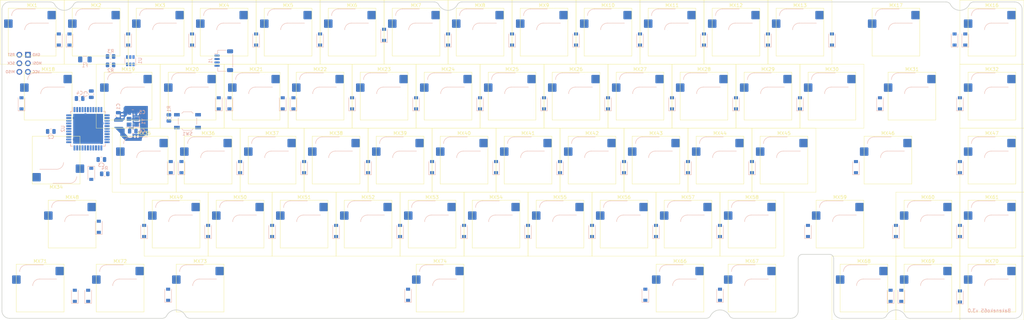
<source format=kicad_pcb>
(kicad_pcb (version 20171130) (host pcbnew "(5.1.9)-1")
  (layers (0 F.Cu signal) (31 B.Cu signal) (34 B.Paste user) (35 F.Paste user) (36 B.SilkS user) (37 F.SilkS user) (38 B.Mask user) (39 F.Mask user) (44 Edge.Cuts user))
  (net 0 "")
  (net 1 GND)
  (net 2 XTAL2)
  (net 3 XTAL1)
  (net 4 "Net-(D1-Pad2)")
  (net 5 ROW0)
  (net 6 "Net-(D2-Pad2)")
  (net 7 "Net-(D3-Pad2)")
  (net 8 "Net-(D4-Pad2)")
  (net 9 "Net-(D5-Pad2)")
  (net 10 "Net-(D6-Pad2)")
  (net 11 "Net-(D7-Pad2)")
  (net 12 "Net-(D8-Pad2)")
  (net 13 "Net-(D9-Pad2)")
  (net 14 "Net-(D10-Pad2)")
  (net 15 "Net-(D11-Pad2)")
  (net 16 "Net-(D12-Pad2)")
  (net 17 "Net-(D13-Pad2)")
  (net 18 "Net-(D14-Pad2)")
  (net 19 "Net-(D15-Pad2)")
  (net 20 "Net-(D16-Pad2)")
  (net 21 "Net-(D17-Pad2)")
  (net 22 ROW1)
  (net 23 "Net-(D18-Pad2)")
  (net 24 "Net-(D19-Pad2)")
  (net 25 "Net-(D20-Pad2)")
  (net 26 "Net-(D21-Pad2)")
  (net 27 "Net-(D22-Pad2)")
  (net 28 "Net-(D23-Pad2)")
  (net 29 "Net-(D24-Pad2)")
  (net 30 "Net-(D25-Pad2)")
  (net 31 "Net-(D26-Pad2)")
  (net 32 "Net-(D27-Pad2)")
  (net 33 "Net-(D28-Pad2)")
  (net 34 "Net-(D29-Pad2)")
  (net 35 "Net-(D30-Pad2)")
  (net 36 "Net-(D31-Pad2)")
  (net 37 "Net-(D32-Pad2)")
  (net 38 ROW2)
  (net 39 "Net-(D33-Pad2)")
  (net 40 "Net-(D34-Pad2)")
  (net 41 "Net-(D35-Pad2)")
  (net 42 "Net-(D36-Pad2)")
  (net 43 "Net-(D37-Pad2)")
  (net 44 "Net-(D38-Pad2)")
  (net 45 "Net-(D39-Pad2)")
  (net 46 "Net-(D40-Pad2)")
  (net 47 "Net-(D41-Pad2)")
  (net 48 "Net-(D42-Pad2)")
  (net 49 "Net-(D43-Pad2)")
  (net 50 "Net-(D44-Pad2)")
  (net 51 "Net-(D45-Pad2)")
  (net 52 "Net-(D46-Pad2)")
  (net 53 "Net-(D47-Pad2)")
  (net 54 ROW3)
  (net 55 "Net-(D48-Pad2)")
  (net 56 "Net-(D49-Pad2)")
  (net 57 "Net-(D50-Pad2)")
  (net 58 "Net-(D51-Pad2)")
  (net 59 "Net-(D52-Pad2)")
  (net 60 "Net-(D53-Pad2)")
  (net 61 "Net-(D54-Pad2)")
  (net 62 "Net-(D55-Pad2)")
  (net 63 "Net-(D56-Pad2)")
  (net 64 "Net-(D57-Pad2)")
  (net 65 "Net-(D58-Pad2)")
  (net 66 "Net-(D59-Pad2)")
  (net 67 "Net-(D60-Pad2)")
  (net 68 "Net-(D61-Pad2)")
  (net 69 ROW4)
  (net 70 "Net-(D62-Pad2)")
  (net 71 "Net-(D63-Pad2)")
  (net 72 "Net-(D64-Pad2)")
  (net 73 "Net-(D65-Pad2)")
  (net 74 "Net-(D66-Pad2)")
  (net 75 "Net-(D67-Pad2)")
  (net 76 "Net-(D68-Pad2)")
  (net 77 VBUS)
  (net 78 D+)
  (net 79 D-)
  (net 80 RESET)
  (net 81 MOSI)
  (net 82 SCK)
  (net 83 MISO)
  (net 84 COL0)
  (net 85 COL1)
  (net 86 COL2)
  (net 87 COL3)
  (net 88 COL4)
  (net 89 COL5)
  (net 90 COL6)
  (net 91 COL7)
  (net 92 COL8)
  (net 93 COL9)
  (net 94 COL10)
  (net 95 COL11)
  (net 96 COL12)
  (net 97 COL13)
  (net 98 COL14)
  (net 99 COL15)
  (net 100 "Net-(R4-Pad2)")
  (net 101 "Net-(C7-Pad1)")
  (net 102 +5V)
  (net 103 /MCU_D+)
  (net 104 /MCU_D-)
  (module Official_Switch_Keyboard_Hotswap_Kailh:SW_Hotswap_Kailh_MX_1.25u (layer F.Cu) (at 11.38125 85.2)
    (fp_text reference MX71 (at 0 -8) (layer F.SilkS))
    (fp_text value 1.25u)
    (pad "" np_thru_hole circle (at 5.08 0) (size 1.75 1.75) (drill 1.75) (layers *.Cu *.Mask))
    (pad "" np_thru_hole circle (at -5.08 0) (size 1.75 1.75) (drill 1.75) (layers *.Cu *.Mask))
    (pad "" np_thru_hole circle (at 0 0) (size 4 4) (drill 4) (layers *.Cu *.Mask))
    (pad 2 smd roundrect (at 5.842 -5.08) (size 2.55 2.5) (layers B.Cu B.Paste B.Mask) (roundrect_rratio 0.1) (net 84 COL0))
    (pad 1 smd roundrect (at -7.085 -2.54) (size 2.55 2.5) (layers B.Cu B.Paste B.Mask) (roundrect_rratio 0.1) (net 67 "Net-(D60-Pad2)"))
    (pad "" np_thru_hole circle (at 2.54 -5.08) (size 3.05 3.05) (drill 3.05) (layers *.Cu *.Mask))
    (pad "" np_thru_hole circle (at -3.81 -2.54) (size 3.05 3.05) (drill 3.05) (layers *.Cu *.Mask))
  )
  (module Official_Switch_Keyboard_Hotswap_Kailh:SW_Hotswap_Kailh_MX_6.25u (layer F.Cu) (at 130.44375 85.2)
    (fp_text reference MX74 (at 0 -8) (layer F.SilkS))
    (fp_text value 6.25u)
    (pad "" np_thru_hole circle (at 5.08 0) (size 1.75 1.75) (drill 1.75) (layers *.Cu *.Mask))
    (pad "" np_thru_hole circle (at -5.08 0) (size 1.75 1.75) (drill 1.75) (layers *.Cu *.Mask))
    (pad "" np_thru_hole circle (at 0 0) (size 4 4) (drill 4) (layers *.Cu *.Mask))
    (pad 2 smd roundrect (at 5.842 -5.08) (size 2.55 2.5) (layers B.Cu B.Paste B.Mask) (roundrect_rratio 0.1) (net 90 COL6))
    (pad 1 smd roundrect (at -7.085 -2.54) (size 2.55 2.5) (layers B.Cu B.Paste B.Mask) (roundrect_rratio 0.1) (net 71 "Net-(D63-Pad2)"))
    (pad "" np_thru_hole circle (at 2.54 -5.08) (size 3.05 3.05) (drill 3.05) (layers *.Cu *.Mask))
    (pad "" np_thru_hole circle (at -3.81 -2.54) (size 3.05 3.05) (drill 3.05) (layers *.Cu *.Mask))
  )
  (module Official_Switch_Keyboard_Hotswap_Kailh:SW_Hotswap_Kailh_MX_1.25u (layer F.Cu) (at 59.00625 85.2)
    (fp_text reference MX73 (at 0 -8) (layer F.SilkS))
    (fp_text value 1.25u)
    (pad "" np_thru_hole circle (at 5.08 0) (size 1.75 1.75) (drill 1.75) (layers *.Cu *.Mask))
    (pad "" np_thru_hole circle (at -5.08 0) (size 1.75 1.75) (drill 1.75) (layers *.Cu *.Mask))
    (pad "" np_thru_hole circle (at 0 0) (size 4 4) (drill 4) (layers *.Cu *.Mask))
    (pad 2 smd roundrect (at 5.842 -5.08) (size 2.55 2.5) (layers B.Cu B.Paste B.Mask) (roundrect_rratio 0.1) (net 86 COL2))
    (pad 1 smd roundrect (at -7.085 -2.54) (size 2.55 2.5) (layers B.Cu B.Paste B.Mask) (roundrect_rratio 0.1) (net 70 "Net-(D62-Pad2)"))
    (pad "" np_thru_hole circle (at 2.54 -5.08) (size 3.05 3.05) (drill 3.05) (layers *.Cu *.Mask))
    (pad "" np_thru_hole circle (at -3.81 -2.54) (size 3.05 3.05) (drill 3.05) (layers *.Cu *.Mask))
  )
  (module Official_Switch_Keyboard_Hotswap_Kailh:SW_Hotswap_Kailh_MX_1.25u (layer F.Cu) (at 35.19375 85.2)
    (fp_text reference MX72 (at 0 -8) (layer F.SilkS))
    (fp_text value 1.25u)
    (pad "" np_thru_hole circle (at 5.08 0) (size 1.75 1.75) (drill 1.75) (layers *.Cu *.Mask))
    (pad "" np_thru_hole circle (at -5.08 0) (size 1.75 1.75) (drill 1.75) (layers *.Cu *.Mask))
    (pad "" np_thru_hole circle (at 0 0) (size 4 4) (drill 4) (layers *.Cu *.Mask))
    (pad 2 smd roundrect (at 5.842 -5.08) (size 2.55 2.5) (layers B.Cu B.Paste B.Mask) (roundrect_rratio 0.1) (net 85 COL1))
    (pad 1 smd roundrect (at -7.085 -2.54) (size 2.55 2.5) (layers B.Cu B.Paste B.Mask) (roundrect_rratio 0.1) (net 68 "Net-(D61-Pad2)"))
    (pad "" np_thru_hole circle (at 2.54 -5.08) (size 3.05 3.05) (drill 3.05) (layers *.Cu *.Mask))
    (pad "" np_thru_hole circle (at -3.81 -2.54) (size 3.05 3.05) (drill 3.05) (layers *.Cu *.Mask))
  )
  (module Official_Switch_Keyboard_Hotswap_Kailh:SW_Hotswap_Kailh_MX_1.00u (layer F.Cu) (at 294.75 85.2)
    (fp_text reference MX70 (at 0 -8) (layer F.SilkS))
    (fp_text value 1u)
    (pad "" np_thru_hole circle (at 5.08 0) (size 1.75 1.75) (drill 1.75) (layers *.Cu *.Mask))
    (pad "" np_thru_hole circle (at -5.08 0) (size 1.75 1.75) (drill 1.75) (layers *.Cu *.Mask))
    (pad "" np_thru_hole circle (at 0 0) (size 4 4) (drill 4) (layers *.Cu *.Mask))
    (pad 2 smd roundrect (at 5.842 -5.08) (size 2.55 2.5) (layers B.Cu B.Paste B.Mask) (roundrect_rratio 0.1) (net 99 COL15))
    (pad 1 smd roundrect (at -7.085 -2.54) (size 2.55 2.5) (layers B.Cu B.Paste B.Mask) (roundrect_rratio 0.1) (net 76 "Net-(D68-Pad2)"))
    (pad "" np_thru_hole circle (at 2.54 -5.08) (size 3.05 3.05) (drill 3.05) (layers *.Cu *.Mask))
    (pad "" np_thru_hole circle (at -3.81 -2.54) (size 3.05 3.05) (drill 3.05) (layers *.Cu *.Mask))
  )
  (module Official_Switch_Keyboard_Hotswap_Kailh:SW_Hotswap_Kailh_MX_1.00u (layer F.Cu) (at 275.7 85.2)
    (fp_text reference MX69 (at 0 -8) (layer F.SilkS))
    (fp_text value 1u)
    (pad "" np_thru_hole circle (at 5.08 0) (size 1.75 1.75) (drill 1.75) (layers *.Cu *.Mask))
    (pad "" np_thru_hole circle (at -5.08 0) (size 1.75 1.75) (drill 1.75) (layers *.Cu *.Mask))
    (pad "" np_thru_hole circle (at 0 0) (size 4 4) (drill 4) (layers *.Cu *.Mask))
    (pad 2 smd roundrect (at 5.842 -5.08) (size 2.55 2.5) (layers B.Cu B.Paste B.Mask) (roundrect_rratio 0.1) (net 97 COL13))
    (pad 1 smd roundrect (at -7.085 -2.54) (size 2.55 2.5) (layers B.Cu B.Paste B.Mask) (roundrect_rratio 0.1) (net 75 "Net-(D67-Pad2)"))
    (pad "" np_thru_hole circle (at 2.54 -5.08) (size 3.05 3.05) (drill 3.05) (layers *.Cu *.Mask))
    (pad "" np_thru_hole circle (at -3.81 -2.54) (size 3.05 3.05) (drill 3.05) (layers *.Cu *.Mask))
  )
  (module Official_Switch_Keyboard_Hotswap_Kailh:SW_Hotswap_Kailh_MX_1.00u (layer F.Cu) (at 256.65 85.2)
    (fp_text reference MX68 (at 0 -8) (layer F.SilkS))
    (fp_text value 1u)
    (pad "" np_thru_hole circle (at 5.08 0) (size 1.75 1.75) (drill 1.75) (layers *.Cu *.Mask))
    (pad "" np_thru_hole circle (at -5.08 0) (size 1.75 1.75) (drill 1.75) (layers *.Cu *.Mask))
    (pad "" np_thru_hole circle (at 0 0) (size 4 4) (drill 4) (layers *.Cu *.Mask))
    (pad 2 smd roundrect (at 5.842 -5.08) (size 2.55 2.5) (layers B.Cu B.Paste B.Mask) (roundrect_rratio 0.1) (net 96 COL12))
    (pad 1 smd roundrect (at -7.085 -2.54) (size 2.55 2.5) (layers B.Cu B.Paste B.Mask) (roundrect_rratio 0.1) (net 74 "Net-(D66-Pad2)"))
    (pad "" np_thru_hole circle (at 2.54 -5.08) (size 3.05 3.05) (drill 3.05) (layers *.Cu *.Mask))
    (pad "" np_thru_hole circle (at -3.81 -2.54) (size 3.05 3.05) (drill 3.05) (layers *.Cu *.Mask))
  )
  (module Official_Switch_Keyboard_Hotswap_Kailh:SW_Hotswap_Kailh_MX_1.50u (layer F.Cu) (at 223.3125 85.2)
    (fp_text reference MX67 (at 0 -8) (layer F.SilkS))
    (fp_text value 1.5u)
    (pad "" np_thru_hole circle (at 5.08 0) (size 1.75 1.75) (drill 1.75) (layers *.Cu *.Mask))
    (pad "" np_thru_hole circle (at -5.08 0) (size 1.75 1.75) (drill 1.75) (layers *.Cu *.Mask))
    (pad "" np_thru_hole circle (at 0 0) (size 4 4) (drill 4) (layers *.Cu *.Mask))
    (pad 2 smd roundrect (at 5.842 -5.08) (size 2.55 2.5) (layers B.Cu B.Paste B.Mask) (roundrect_rratio 0.1) (net 95 COL11))
    (pad 1 smd roundrect (at -7.085 -2.54) (size 2.55 2.5) (layers B.Cu B.Paste B.Mask) (roundrect_rratio 0.1) (net 73 "Net-(D65-Pad2)"))
    (pad "" np_thru_hole circle (at 2.54 -5.08) (size 3.05 3.05) (drill 3.05) (layers *.Cu *.Mask))
    (pad "" np_thru_hole circle (at -3.81 -2.54) (size 3.05 3.05) (drill 3.05) (layers *.Cu *.Mask))
  )
  (module Official_Switch_Keyboard_Hotswap_Kailh:SW_Hotswap_Kailh_MX_1.25u (layer F.Cu) (at 201.88125 85.2)
    (fp_text reference MX66 (at 0 -8) (layer F.SilkS))
    (fp_text value 1.25u)
    (pad "" np_thru_hole circle (at 5.08 0) (size 1.75 1.75) (drill 1.75) (layers *.Cu *.Mask))
    (pad "" np_thru_hole circle (at -5.08 0) (size 1.75 1.75) (drill 1.75) (layers *.Cu *.Mask))
    (pad "" np_thru_hole circle (at 0 0) (size 4 4) (drill 4) (layers *.Cu *.Mask))
    (pad 2 smd roundrect (at 5.842 -5.08) (size 2.55 2.5) (layers B.Cu B.Paste B.Mask) (roundrect_rratio 0.1) (net 93 COL9))
    (pad 1 smd roundrect (at -7.085 -2.54) (size 2.55 2.5) (layers B.Cu B.Paste B.Mask) (roundrect_rratio 0.1) (net 72 "Net-(D64-Pad2)"))
    (pad "" np_thru_hole circle (at 2.54 -5.08) (size 3.05 3.05) (drill 3.05) (layers *.Cu *.Mask))
    (pad "" np_thru_hole circle (at -3.81 -2.54) (size 3.05 3.05) (drill 3.05) (layers *.Cu *.Mask))
  )
  (module Official_Switch_Keyboard_Hotswap_Kailh:SW_Hotswap_Kailh_MX_1.00u (layer F.Cu) (at 294.75 66.15)
    (fp_text reference MX61 (at 0 -8) (layer F.SilkS))
    (fp_text value 1u)
    (pad "" np_thru_hole circle (at 5.08 0) (size 1.75 1.75) (drill 1.75) (layers *.Cu *.Mask))
    (pad "" np_thru_hole circle (at -5.08 0) (size 1.75 1.75) (drill 1.75) (layers *.Cu *.Mask))
    (pad "" np_thru_hole circle (at 0 0) (size 4 4) (drill 4) (layers *.Cu *.Mask))
    (pad 2 smd roundrect (at 5.842 -5.08) (size 2.55 2.5) (layers B.Cu B.Paste B.Mask) (roundrect_rratio 0.1) (net 99 COL15))
    (pad 1 smd roundrect (at -7.085 -2.54) (size 2.55 2.5) (layers B.Cu B.Paste B.Mask) (roundrect_rratio 0.1) (net 66 "Net-(D59-Pad2)"))
    (pad "" np_thru_hole circle (at 2.54 -5.08) (size 3.05 3.05) (drill 3.05) (layers *.Cu *.Mask))
    (pad "" np_thru_hole circle (at -3.81 -2.54) (size 3.05 3.05) (drill 3.05) (layers *.Cu *.Mask))
  )
  (module Official_Switch_Keyboard_Hotswap_Kailh:SW_Hotswap_Kailh_MX_1.00u (layer F.Cu) (at 275.7 66.15)
    (fp_text reference MX60 (at 0 -8) (layer F.SilkS))
    (fp_text value 1u)
    (pad "" np_thru_hole circle (at 5.08 0) (size 1.75 1.75) (drill 1.75) (layers *.Cu *.Mask))
    (pad "" np_thru_hole circle (at -5.08 0) (size 1.75 1.75) (drill 1.75) (layers *.Cu *.Mask))
    (pad "" np_thru_hole circle (at 0 0) (size 4 4) (drill 4) (layers *.Cu *.Mask))
    (pad 2 smd roundrect (at 5.842 -5.08) (size 2.55 2.5) (layers B.Cu B.Paste B.Mask) (roundrect_rratio 0.1) (net 97 COL13))
    (pad 1 smd roundrect (at -7.085 -2.54) (size 2.55 2.5) (layers B.Cu B.Paste B.Mask) (roundrect_rratio 0.1) (net 65 "Net-(D58-Pad2)"))
    (pad "" np_thru_hole circle (at 2.54 -5.08) (size 3.05 3.05) (drill 3.05) (layers *.Cu *.Mask))
    (pad "" np_thru_hole circle (at -3.81 -2.54) (size 3.05 3.05) (drill 3.05) (layers *.Cu *.Mask))
  )
  (module Official_Switch_Keyboard_Hotswap_Kailh:SW_Hotswap_Kailh_MX_1.75u (layer F.Cu) (at 249.50625 66.15)
    (fp_text reference MX59 (at 0 -8) (layer F.SilkS))
    (fp_text value 1.75u)
    (pad "" np_thru_hole circle (at 5.08 0) (size 1.75 1.75) (drill 1.75) (layers *.Cu *.Mask))
    (pad "" np_thru_hole circle (at -5.08 0) (size 1.75 1.75) (drill 1.75) (layers *.Cu *.Mask))
    (pad "" np_thru_hole circle (at 0 0) (size 4 4) (drill 4) (layers *.Cu *.Mask))
    (pad 2 smd roundrect (at 5.842 -5.08) (size 2.55 2.5) (layers B.Cu B.Paste B.Mask) (roundrect_rratio 0.1) (net 96 COL12))
    (pad 1 smd roundrect (at -7.085 -2.54) (size 2.55 2.5) (layers B.Cu B.Paste B.Mask) (roundrect_rratio 0.1) (net 64 "Net-(D57-Pad2)"))
    (pad "" np_thru_hole circle (at 2.54 -5.08) (size 3.05 3.05) (drill 3.05) (layers *.Cu *.Mask))
    (pad "" np_thru_hole circle (at -3.81 -2.54) (size 3.05 3.05) (drill 3.05) (layers *.Cu *.Mask))
  )
  (module Official_Switch_Keyboard_Hotswap_Kailh:SW_Hotswap_Kailh_MX_1.00u (layer F.Cu) (at 223.3125 66.15)
    (fp_text reference MX58 (at 0 -8) (layer F.SilkS))
    (fp_text value 1u)
    (pad "" np_thru_hole circle (at 5.08 0) (size 1.75 1.75) (drill 1.75) (layers *.Cu *.Mask))
    (pad "" np_thru_hole circle (at -5.08 0) (size 1.75 1.75) (drill 1.75) (layers *.Cu *.Mask))
    (pad "" np_thru_hole circle (at 0 0) (size 4 4) (drill 4) (layers *.Cu *.Mask))
    (pad 2 smd roundrect (at 5.842 -5.08) (size 2.55 2.5) (layers B.Cu B.Paste B.Mask) (roundrect_rratio 0.1) (net 95 COL11))
    (pad 1 smd roundrect (at -7.085 -2.54) (size 2.55 2.5) (layers B.Cu B.Paste B.Mask) (roundrect_rratio 0.1) (net 63 "Net-(D56-Pad2)"))
    (pad "" np_thru_hole circle (at 2.54 -5.08) (size 3.05 3.05) (drill 3.05) (layers *.Cu *.Mask))
    (pad "" np_thru_hole circle (at -3.81 -2.54) (size 3.05 3.05) (drill 3.05) (layers *.Cu *.Mask))
  )
  (module Official_Switch_Keyboard_Hotswap_Kailh:SW_Hotswap_Kailh_MX_1.00u (layer F.Cu) (at 204.2625 66.15)
    (fp_text reference MX57 (at 0 -8) (layer F.SilkS))
    (fp_text value 1u)
    (pad "" np_thru_hole circle (at 5.08 0) (size 1.75 1.75) (drill 1.75) (layers *.Cu *.Mask))
    (pad "" np_thru_hole circle (at -5.08 0) (size 1.75 1.75) (drill 1.75) (layers *.Cu *.Mask))
    (pad "" np_thru_hole circle (at 0 0) (size 4 4) (drill 4) (layers *.Cu *.Mask))
    (pad 2 smd roundrect (at 5.842 -5.08) (size 2.55 2.5) (layers B.Cu B.Paste B.Mask) (roundrect_rratio 0.1) (net 94 COL10))
    (pad 1 smd roundrect (at -7.085 -2.54) (size 2.55 2.5) (layers B.Cu B.Paste B.Mask) (roundrect_rratio 0.1) (net 62 "Net-(D55-Pad2)"))
    (pad "" np_thru_hole circle (at 2.54 -5.08) (size 3.05 3.05) (drill 3.05) (layers *.Cu *.Mask))
    (pad "" np_thru_hole circle (at -3.81 -2.54) (size 3.05 3.05) (drill 3.05) (layers *.Cu *.Mask))
  )
  (module Official_Switch_Keyboard_Hotswap_Kailh:SW_Hotswap_Kailh_MX_1.00u (layer F.Cu) (at 185.2125 66.15)
    (fp_text reference MX56 (at 0 -8) (layer F.SilkS))
    (fp_text value 1u)
    (pad "" np_thru_hole circle (at 5.08 0) (size 1.75 1.75) (drill 1.75) (layers *.Cu *.Mask))
    (pad "" np_thru_hole circle (at -5.08 0) (size 1.75 1.75) (drill 1.75) (layers *.Cu *.Mask))
    (pad "" np_thru_hole circle (at 0 0) (size 4 4) (drill 4) (layers *.Cu *.Mask))
    (pad 2 smd roundrect (at 5.842 -5.08) (size 2.55 2.5) (layers B.Cu B.Paste B.Mask) (roundrect_rratio 0.1) (net 93 COL9))
    (pad 1 smd roundrect (at -7.085 -2.54) (size 2.55 2.5) (layers B.Cu B.Paste B.Mask) (roundrect_rratio 0.1) (net 61 "Net-(D54-Pad2)"))
    (pad "" np_thru_hole circle (at 2.54 -5.08) (size 3.05 3.05) (drill 3.05) (layers *.Cu *.Mask))
    (pad "" np_thru_hole circle (at -3.81 -2.54) (size 3.05 3.05) (drill 3.05) (layers *.Cu *.Mask))
  )
  (module Official_Switch_Keyboard_Hotswap_Kailh:SW_Hotswap_Kailh_MX_1.00u (layer F.Cu) (at 166.1625 66.15)
    (fp_text reference MX55 (at 0 -8) (layer F.SilkS))
    (fp_text value 1u)
    (pad "" np_thru_hole circle (at 5.08 0) (size 1.75 1.75) (drill 1.75) (layers *.Cu *.Mask))
    (pad "" np_thru_hole circle (at -5.08 0) (size 1.75 1.75) (drill 1.75) (layers *.Cu *.Mask))
    (pad "" np_thru_hole circle (at 0 0) (size 4 4) (drill 4) (layers *.Cu *.Mask))
    (pad 2 smd roundrect (at 5.842 -5.08) (size 2.55 2.5) (layers B.Cu B.Paste B.Mask) (roundrect_rratio 0.1) (net 92 COL8))
    (pad 1 smd roundrect (at -7.085 -2.54) (size 2.55 2.5) (layers B.Cu B.Paste B.Mask) (roundrect_rratio 0.1) (net 60 "Net-(D53-Pad2)"))
    (pad "" np_thru_hole circle (at 2.54 -5.08) (size 3.05 3.05) (drill 3.05) (layers *.Cu *.Mask))
    (pad "" np_thru_hole circle (at -3.81 -2.54) (size 3.05 3.05) (drill 3.05) (layers *.Cu *.Mask))
  )
  (module Official_Switch_Keyboard_Hotswap_Kailh:SW_Hotswap_Kailh_MX_1.00u (layer F.Cu) (at 147.1125 66.15)
    (fp_text reference MX54 (at 0 -8) (layer F.SilkS))
    (fp_text value 1u)
    (pad "" np_thru_hole circle (at 5.08 0) (size 1.75 1.75) (drill 1.75) (layers *.Cu *.Mask))
    (pad "" np_thru_hole circle (at -5.08 0) (size 1.75 1.75) (drill 1.75) (layers *.Cu *.Mask))
    (pad "" np_thru_hole circle (at 0 0) (size 4 4) (drill 4) (layers *.Cu *.Mask))
    (pad 2 smd roundrect (at 5.842 -5.08) (size 2.55 2.5) (layers B.Cu B.Paste B.Mask) (roundrect_rratio 0.1) (net 91 COL7))
    (pad 1 smd roundrect (at -7.085 -2.54) (size 2.55 2.5) (layers B.Cu B.Paste B.Mask) (roundrect_rratio 0.1) (net 59 "Net-(D52-Pad2)"))
    (pad "" np_thru_hole circle (at 2.54 -5.08) (size 3.05 3.05) (drill 3.05) (layers *.Cu *.Mask))
    (pad "" np_thru_hole circle (at -3.81 -2.54) (size 3.05 3.05) (drill 3.05) (layers *.Cu *.Mask))
  )
  (module Official_Switch_Keyboard_Hotswap_Kailh:SW_Hotswap_Kailh_MX_1.00u (layer F.Cu) (at 128.0625 66.15)
    (fp_text reference MX53 (at 0 -8) (layer F.SilkS))
    (fp_text value 1u)
    (pad "" np_thru_hole circle (at 5.08 0) (size 1.75 1.75) (drill 1.75) (layers *.Cu *.Mask))
    (pad "" np_thru_hole circle (at -5.08 0) (size 1.75 1.75) (drill 1.75) (layers *.Cu *.Mask))
    (pad "" np_thru_hole circle (at 0 0) (size 4 4) (drill 4) (layers *.Cu *.Mask))
    (pad 2 smd roundrect (at 5.842 -5.08) (size 2.55 2.5) (layers B.Cu B.Paste B.Mask) (roundrect_rratio 0.1) (net 90 COL6))
    (pad 1 smd roundrect (at -7.085 -2.54) (size 2.55 2.5) (layers B.Cu B.Paste B.Mask) (roundrect_rratio 0.1) (net 58 "Net-(D51-Pad2)"))
    (pad "" np_thru_hole circle (at 2.54 -5.08) (size 3.05 3.05) (drill 3.05) (layers *.Cu *.Mask))
    (pad "" np_thru_hole circle (at -3.81 -2.54) (size 3.05 3.05) (drill 3.05) (layers *.Cu *.Mask))
  )
  (module Official_Switch_Keyboard_Hotswap_Kailh:SW_Hotswap_Kailh_MX_1.00u (layer F.Cu) (at 109.0125 66.15)
    (fp_text reference MX52 (at 0 -8) (layer F.SilkS))
    (fp_text value 1u)
    (pad "" np_thru_hole circle (at 5.08 0) (size 1.75 1.75) (drill 1.75) (layers *.Cu *.Mask))
    (pad "" np_thru_hole circle (at -5.08 0) (size 1.75 1.75) (drill 1.75) (layers *.Cu *.Mask))
    (pad "" np_thru_hole circle (at 0 0) (size 4 4) (drill 4) (layers *.Cu *.Mask))
    (pad 2 smd roundrect (at 5.842 -5.08) (size 2.55 2.5) (layers B.Cu B.Paste B.Mask) (roundrect_rratio 0.1) (net 89 COL5))
    (pad 1 smd roundrect (at -7.085 -2.54) (size 2.55 2.5) (layers B.Cu B.Paste B.Mask) (roundrect_rratio 0.1) (net 57 "Net-(D50-Pad2)"))
    (pad "" np_thru_hole circle (at 2.54 -5.08) (size 3.05 3.05) (drill 3.05) (layers *.Cu *.Mask))
    (pad "" np_thru_hole circle (at -3.81 -2.54) (size 3.05 3.05) (drill 3.05) (layers *.Cu *.Mask))
  )
  (module Official_Switch_Keyboard_Hotswap_Kailh:SW_Hotswap_Kailh_MX_1.00u (layer F.Cu) (at 89.9625 66.15)
    (fp_text reference MX51 (at 0 -8) (layer F.SilkS))
    (fp_text value 1u)
    (pad "" np_thru_hole circle (at 5.08 0) (size 1.75 1.75) (drill 1.75) (layers *.Cu *.Mask))
    (pad "" np_thru_hole circle (at -5.08 0) (size 1.75 1.75) (drill 1.75) (layers *.Cu *.Mask))
    (pad "" np_thru_hole circle (at 0 0) (size 4 4) (drill 4) (layers *.Cu *.Mask))
    (pad 2 smd roundrect (at 5.842 -5.08) (size 2.55 2.5) (layers B.Cu B.Paste B.Mask) (roundrect_rratio 0.1) (net 88 COL4))
    (pad 1 smd roundrect (at -7.085 -2.54) (size 2.55 2.5) (layers B.Cu B.Paste B.Mask) (roundrect_rratio 0.1) (net 56 "Net-(D49-Pad2)"))
    (pad "" np_thru_hole circle (at 2.54 -5.08) (size 3.05 3.05) (drill 3.05) (layers *.Cu *.Mask))
    (pad "" np_thru_hole circle (at -3.81 -2.54) (size 3.05 3.05) (drill 3.05) (layers *.Cu *.Mask))
  )
  (module Official_Switch_Keyboard_Hotswap_Kailh:SW_Hotswap_Kailh_MX_1.00u (layer F.Cu) (at 70.9125 66.15)
    (fp_text reference MX50 (at 0 -8) (layer F.SilkS))
    (fp_text value 1u)
    (pad "" np_thru_hole circle (at 5.08 0) (size 1.75 1.75) (drill 1.75) (layers *.Cu *.Mask))
    (pad "" np_thru_hole circle (at -5.08 0) (size 1.75 1.75) (drill 1.75) (layers *.Cu *.Mask))
    (pad "" np_thru_hole circle (at 0 0) (size 4 4) (drill 4) (layers *.Cu *.Mask))
    (pad 2 smd roundrect (at 5.842 -5.08) (size 2.55 2.5) (layers B.Cu B.Paste B.Mask) (roundrect_rratio 0.1) (net 87 COL3))
    (pad 1 smd roundrect (at -7.085 -2.54) (size 2.55 2.5) (layers B.Cu B.Paste B.Mask) (roundrect_rratio 0.1) (net 55 "Net-(D48-Pad2)"))
    (pad "" np_thru_hole circle (at 2.54 -5.08) (size 3.05 3.05) (drill 3.05) (layers *.Cu *.Mask))
    (pad "" np_thru_hole circle (at -3.81 -2.54) (size 3.05 3.05) (drill 3.05) (layers *.Cu *.Mask))
  )
  (module Official_Switch_Keyboard_Hotswap_Kailh:SW_Hotswap_Kailh_MX_1.00u (layer F.Cu) (at 51.8625 66.15)
    (fp_text reference MX49 (at 0 -8) (layer F.SilkS))
    (fp_text value 1u)
    (pad "" np_thru_hole circle (at 5.08 0) (size 1.75 1.75) (drill 1.75) (layers *.Cu *.Mask))
    (pad "" np_thru_hole circle (at -5.08 0) (size 1.75 1.75) (drill 1.75) (layers *.Cu *.Mask))
    (pad "" np_thru_hole circle (at 0 0) (size 4 4) (drill 4) (layers *.Cu *.Mask))
    (pad 2 smd roundrect (at 5.842 -5.08) (size 2.55 2.5) (layers B.Cu B.Paste B.Mask) (roundrect_rratio 0.1) (net 86 COL2))
    (pad 1 smd roundrect (at -7.085 -2.54) (size 2.55 2.5) (layers B.Cu B.Paste B.Mask) (roundrect_rratio 0.1) (net 53 "Net-(D47-Pad2)"))
    (pad "" np_thru_hole circle (at 2.54 -5.08) (size 3.05 3.05) (drill 3.05) (layers *.Cu *.Mask))
    (pad "" np_thru_hole circle (at -3.81 -2.54) (size 3.05 3.05) (drill 3.05) (layers *.Cu *.Mask))
  )
  (module Official_Switch_Keyboard_Hotswap_Kailh:SW_Hotswap_Kailh_MX_2.25u (layer F.Cu) (at 20.90625 66.15)
    (fp_text reference MX48 (at 0 -8) (layer F.SilkS))
    (fp_text value 2.25u)
    (pad "" np_thru_hole circle (at 5.08 0) (size 1.75 1.75) (drill 1.75) (layers *.Cu *.Mask))
    (pad "" np_thru_hole circle (at -5.08 0) (size 1.75 1.75) (drill 1.75) (layers *.Cu *.Mask))
    (pad "" np_thru_hole circle (at 0 0) (size 4 4) (drill 4) (layers *.Cu *.Mask))
    (pad 2 smd roundrect (at 5.842 -5.08) (size 2.55 2.5) (layers B.Cu B.Paste B.Mask) (roundrect_rratio 0.1) (net 84 COL0))
    (pad 1 smd roundrect (at -7.085 -2.54) (size 2.55 2.5) (layers B.Cu B.Paste B.Mask) (roundrect_rratio 0.1) (net 52 "Net-(D46-Pad2)"))
    (pad "" np_thru_hole circle (at 2.54 -5.08) (size 3.05 3.05) (drill 3.05) (layers *.Cu *.Mask))
    (pad "" np_thru_hole circle (at -3.81 -2.54) (size 3.05 3.05) (drill 3.05) (layers *.Cu *.Mask))
  )
  (module Official_Switch_Keyboard_Hotswap_Kailh:SW_Hotswap_Kailh_MX_1.00u (layer F.Cu) (at 294.75 47.1)
    (fp_text reference MX47 (at 0 -8) (layer F.SilkS))
    (fp_text value 1u)
    (pad "" np_thru_hole circle (at 5.08 0) (size 1.75 1.75) (drill 1.75) (layers *.Cu *.Mask))
    (pad "" np_thru_hole circle (at -5.08 0) (size 1.75 1.75) (drill 1.75) (layers *.Cu *.Mask))
    (pad "" np_thru_hole circle (at 0 0) (size 4 4) (drill 4) (layers *.Cu *.Mask))
    (pad 2 smd roundrect (at 5.842 -5.08) (size 2.55 2.5) (layers B.Cu B.Paste B.Mask) (roundrect_rratio 0.1) (net 99 COL15))
    (pad 1 smd roundrect (at -7.085 -2.54) (size 2.55 2.5) (layers B.Cu B.Paste B.Mask) (roundrect_rratio 0.1) (net 51 "Net-(D45-Pad2)"))
    (pad "" np_thru_hole circle (at 2.54 -5.08) (size 3.05 3.05) (drill 3.05) (layers *.Cu *.Mask))
    (pad "" np_thru_hole circle (at -3.81 -2.54) (size 3.05 3.05) (drill 3.05) (layers *.Cu *.Mask))
  )
  (module Official_Switch_Keyboard_Hotswap_Kailh:SW_Hotswap_Kailh_MX_2.25u (layer F.Cu) (at 263.79375 47.1)
    (fp_text reference MX46 (at 0 -8) (layer F.SilkS))
    (fp_text value 2.25u)
    (pad "" np_thru_hole circle (at 5.08 0) (size 1.75 1.75) (drill 1.75) (layers *.Cu *.Mask))
    (pad "" np_thru_hole circle (at -5.08 0) (size 1.75 1.75) (drill 1.75) (layers *.Cu *.Mask))
    (pad "" np_thru_hole circle (at 0 0) (size 4 4) (drill 4) (layers *.Cu *.Mask))
    (pad 2 smd roundrect (at 5.842 -5.08) (size 2.55 2.5) (layers B.Cu B.Paste B.Mask) (roundrect_rratio 0.1) (net 97 COL13))
    (pad 1 smd roundrect (at -7.085 -2.54) (size 2.55 2.5) (layers B.Cu B.Paste B.Mask) (roundrect_rratio 0.1) (net 50 "Net-(D44-Pad2)"))
    (pad "" np_thru_hole circle (at 2.54 -5.08) (size 3.05 3.05) (drill 3.05) (layers *.Cu *.Mask))
    (pad "" np_thru_hole circle (at -3.81 -2.54) (size 3.05 3.05) (drill 3.05) (layers *.Cu *.Mask))
  )
  (module Official_Switch_Keyboard_Hotswap_Kailh:SW_Hotswap_Kailh_MX_1.00u (layer F.Cu) (at 232.8375 47.1)
    (fp_text reference MX45 (at 0 -8) (layer F.SilkS))
    (fp_text value 1u)
    (pad "" np_thru_hole circle (at 5.08 0) (size 1.75 1.75) (drill 1.75) (layers *.Cu *.Mask))
    (pad "" np_thru_hole circle (at -5.08 0) (size 1.75 1.75) (drill 1.75) (layers *.Cu *.Mask))
    (pad "" np_thru_hole circle (at 0 0) (size 4 4) (drill 4) (layers *.Cu *.Mask))
    (pad 2 smd roundrect (at 5.842 -5.08) (size 2.55 2.5) (layers B.Cu B.Paste B.Mask) (roundrect_rratio 0.1) (net 95 COL11))
    (pad 1 smd roundrect (at -7.085 -2.54) (size 2.55 2.5) (layers B.Cu B.Paste B.Mask) (roundrect_rratio 0.1) (net 49 "Net-(D43-Pad2)"))
    (pad "" np_thru_hole circle (at 2.54 -5.08) (size 3.05 3.05) (drill 3.05) (layers *.Cu *.Mask))
    (pad "" np_thru_hole circle (at -3.81 -2.54) (size 3.05 3.05) (drill 3.05) (layers *.Cu *.Mask))
  )
  (module Official_Switch_Keyboard_Hotswap_Kailh:SW_Hotswap_Kailh_MX_1.00u (layer F.Cu) (at 213.7875 47.1)
    (fp_text reference MX44 (at 0 -8) (layer F.SilkS))
    (fp_text value 1u)
    (pad "" np_thru_hole circle (at 5.08 0) (size 1.75 1.75) (drill 1.75) (layers *.Cu *.Mask))
    (pad "" np_thru_hole circle (at -5.08 0) (size 1.75 1.75) (drill 1.75) (layers *.Cu *.Mask))
    (pad "" np_thru_hole circle (at 0 0) (size 4 4) (drill 4) (layers *.Cu *.Mask))
    (pad 2 smd roundrect (at 5.842 -5.08) (size 2.55 2.5) (layers B.Cu B.Paste B.Mask) (roundrect_rratio 0.1) (net 94 COL10))
    (pad 1 smd roundrect (at -7.085 -2.54) (size 2.55 2.5) (layers B.Cu B.Paste B.Mask) (roundrect_rratio 0.1) (net 48 "Net-(D42-Pad2)"))
    (pad "" np_thru_hole circle (at 2.54 -5.08) (size 3.05 3.05) (drill 3.05) (layers *.Cu *.Mask))
    (pad "" np_thru_hole circle (at -3.81 -2.54) (size 3.05 3.05) (drill 3.05) (layers *.Cu *.Mask))
  )
  (module Official_Switch_Keyboard_Hotswap_Kailh:SW_Hotswap_Kailh_MX_1.00u (layer F.Cu) (at 194.7375 47.1)
    (fp_text reference MX43 (at 0 -8) (layer F.SilkS))
    (fp_text value 1u)
    (pad "" np_thru_hole circle (at 5.08 0) (size 1.75 1.75) (drill 1.75) (layers *.Cu *.Mask))
    (pad "" np_thru_hole circle (at -5.08 0) (size 1.75 1.75) (drill 1.75) (layers *.Cu *.Mask))
    (pad "" np_thru_hole circle (at 0 0) (size 4 4) (drill 4) (layers *.Cu *.Mask))
    (pad 2 smd roundrect (at 5.842 -5.08) (size 2.55 2.5) (layers B.Cu B.Paste B.Mask) (roundrect_rratio 0.1) (net 93 COL9))
    (pad 1 smd roundrect (at -7.085 -2.54) (size 2.55 2.5) (layers B.Cu B.Paste B.Mask) (roundrect_rratio 0.1) (net 47 "Net-(D41-Pad2)"))
    (pad "" np_thru_hole circle (at 2.54 -5.08) (size 3.05 3.05) (drill 3.05) (layers *.Cu *.Mask))
    (pad "" np_thru_hole circle (at -3.81 -2.54) (size 3.05 3.05) (drill 3.05) (layers *.Cu *.Mask))
  )
  (module Official_Switch_Keyboard_Hotswap_Kailh:SW_Hotswap_Kailh_MX_1.00u (layer F.Cu) (at 175.6875 47.1)
    (fp_text reference MX42 (at 0 -8) (layer F.SilkS))
    (fp_text value 1u)
    (pad "" np_thru_hole circle (at 5.08 0) (size 1.75 1.75) (drill 1.75) (layers *.Cu *.Mask))
    (pad "" np_thru_hole circle (at -5.08 0) (size 1.75 1.75) (drill 1.75) (layers *.Cu *.Mask))
    (pad "" np_thru_hole circle (at 0 0) (size 4 4) (drill 4) (layers *.Cu *.Mask))
    (pad 2 smd roundrect (at 5.842 -5.08) (size 2.55 2.5) (layers B.Cu B.Paste B.Mask) (roundrect_rratio 0.1) (net 92 COL8))
    (pad 1 smd roundrect (at -7.085 -2.54) (size 2.55 2.5) (layers B.Cu B.Paste B.Mask) (roundrect_rratio 0.1) (net 46 "Net-(D40-Pad2)"))
    (pad "" np_thru_hole circle (at 2.54 -5.08) (size 3.05 3.05) (drill 3.05) (layers *.Cu *.Mask))
    (pad "" np_thru_hole circle (at -3.81 -2.54) (size 3.05 3.05) (drill 3.05) (layers *.Cu *.Mask))
  )
  (module Official_Switch_Keyboard_Hotswap_Kailh:SW_Hotswap_Kailh_MX_1.00u (layer F.Cu) (at 156.6375 47.1)
    (fp_text reference MX41 (at 0 -8) (layer F.SilkS))
    (fp_text value 1u)
    (pad "" np_thru_hole circle (at 5.08 0) (size 1.75 1.75) (drill 1.75) (layers *.Cu *.Mask))
    (pad "" np_thru_hole circle (at -5.08 0) (size 1.75 1.75) (drill 1.75) (layers *.Cu *.Mask))
    (pad "" np_thru_hole circle (at 0 0) (size 4 4) (drill 4) (layers *.Cu *.Mask))
    (pad 2 smd roundrect (at 5.842 -5.08) (size 2.55 2.5) (layers B.Cu B.Paste B.Mask) (roundrect_rratio 0.1) (net 91 COL7))
    (pad 1 smd roundrect (at -7.085 -2.54) (size 2.55 2.5) (layers B.Cu B.Paste B.Mask) (roundrect_rratio 0.1) (net 45 "Net-(D39-Pad2)"))
    (pad "" np_thru_hole circle (at 2.54 -5.08) (size 3.05 3.05) (drill 3.05) (layers *.Cu *.Mask))
    (pad "" np_thru_hole circle (at -3.81 -2.54) (size 3.05 3.05) (drill 3.05) (layers *.Cu *.Mask))
  )
  (module Official_Switch_Keyboard_Hotswap_Kailh:SW_Hotswap_Kailh_MX_1.00u (layer F.Cu) (at 137.5875 47.1)
    (fp_text reference MX40 (at 0 -8) (layer F.SilkS))
    (fp_text value 1u)
    (pad "" np_thru_hole circle (at 5.08 0) (size 1.75 1.75) (drill 1.75) (layers *.Cu *.Mask))
    (pad "" np_thru_hole circle (at -5.08 0) (size 1.75 1.75) (drill 1.75) (layers *.Cu *.Mask))
    (pad "" np_thru_hole circle (at 0 0) (size 4 4) (drill 4) (layers *.Cu *.Mask))
    (pad 2 smd roundrect (at 5.842 -5.08) (size 2.55 2.5) (layers B.Cu B.Paste B.Mask) (roundrect_rratio 0.1) (net 90 COL6))
    (pad 1 smd roundrect (at -7.085 -2.54) (size 2.55 2.5) (layers B.Cu B.Paste B.Mask) (roundrect_rratio 0.1) (net 44 "Net-(D38-Pad2)"))
    (pad "" np_thru_hole circle (at 2.54 -5.08) (size 3.05 3.05) (drill 3.05) (layers *.Cu *.Mask))
    (pad "" np_thru_hole circle (at -3.81 -2.54) (size 3.05 3.05) (drill 3.05) (layers *.Cu *.Mask))
  )
  (module Official_Switch_Keyboard_Hotswap_Kailh:SW_Hotswap_Kailh_MX_1.00u (layer F.Cu) (at 118.5375 47.1)
    (fp_text reference MX39 (at 0 -8) (layer F.SilkS))
    (fp_text value 1u)
    (pad "" np_thru_hole circle (at 5.08 0) (size 1.75 1.75) (drill 1.75) (layers *.Cu *.Mask))
    (pad "" np_thru_hole circle (at -5.08 0) (size 1.75 1.75) (drill 1.75) (layers *.Cu *.Mask))
    (pad "" np_thru_hole circle (at 0 0) (size 4 4) (drill 4) (layers *.Cu *.Mask))
    (pad 2 smd roundrect (at 5.842 -5.08) (size 2.55 2.5) (layers B.Cu B.Paste B.Mask) (roundrect_rratio 0.1) (net 89 COL5))
    (pad 1 smd roundrect (at -7.085 -2.54) (size 2.55 2.5) (layers B.Cu B.Paste B.Mask) (roundrect_rratio 0.1) (net 43 "Net-(D37-Pad2)"))
    (pad "" np_thru_hole circle (at 2.54 -5.08) (size 3.05 3.05) (drill 3.05) (layers *.Cu *.Mask))
    (pad "" np_thru_hole circle (at -3.81 -2.54) (size 3.05 3.05) (drill 3.05) (layers *.Cu *.Mask))
  )
  (module Official_Switch_Keyboard_Hotswap_Kailh:SW_Hotswap_Kailh_MX_1.00u (layer F.Cu) (at 99.4875 47.1)
    (fp_text reference MX38 (at 0 -8) (layer F.SilkS))
    (fp_text value 1u)
    (pad "" np_thru_hole circle (at 5.08 0) (size 1.75 1.75) (drill 1.75) (layers *.Cu *.Mask))
    (pad "" np_thru_hole circle (at -5.08 0) (size 1.75 1.75) (drill 1.75) (layers *.Cu *.Mask))
    (pad "" np_thru_hole circle (at 0 0) (size 4 4) (drill 4) (layers *.Cu *.Mask))
    (pad 2 smd roundrect (at 5.842 -5.08) (size 2.55 2.5) (layers B.Cu B.Paste B.Mask) (roundrect_rratio 0.1) (net 88 COL4))
    (pad 1 smd roundrect (at -7.085 -2.54) (size 2.55 2.5) (layers B.Cu B.Paste B.Mask) (roundrect_rratio 0.1) (net 42 "Net-(D36-Pad2)"))
    (pad "" np_thru_hole circle (at 2.54 -5.08) (size 3.05 3.05) (drill 3.05) (layers *.Cu *.Mask))
    (pad "" np_thru_hole circle (at -3.81 -2.54) (size 3.05 3.05) (drill 3.05) (layers *.Cu *.Mask))
  )
  (module Official_Switch_Keyboard_Hotswap_Kailh:SW_Hotswap_Kailh_MX_1.00u (layer F.Cu) (at 80.4375 47.1)
    (fp_text reference MX37 (at 0 -8) (layer F.SilkS))
    (fp_text value 1u)
    (pad "" np_thru_hole circle (at 5.08 0) (size 1.75 1.75) (drill 1.75) (layers *.Cu *.Mask))
    (pad "" np_thru_hole circle (at -5.08 0) (size 1.75 1.75) (drill 1.75) (layers *.Cu *.Mask))
    (pad "" np_thru_hole circle (at 0 0) (size 4 4) (drill 4) (layers *.Cu *.Mask))
    (pad 2 smd roundrect (at 5.842 -5.08) (size 2.55 2.5) (layers B.Cu B.Paste B.Mask) (roundrect_rratio 0.1) (net 87 COL3))
    (pad 1 smd roundrect (at -7.085 -2.54) (size 2.55 2.5) (layers B.Cu B.Paste B.Mask) (roundrect_rratio 0.1) (net 41 "Net-(D35-Pad2)"))
    (pad "" np_thru_hole circle (at 2.54 -5.08) (size 3.05 3.05) (drill 3.05) (layers *.Cu *.Mask))
    (pad "" np_thru_hole circle (at -3.81 -2.54) (size 3.05 3.05) (drill 3.05) (layers *.Cu *.Mask))
  )
  (module Official_Switch_Keyboard_Hotswap_Kailh:SW_Hotswap_Kailh_MX_1.00u (layer F.Cu) (at 61.3875 47.1)
    (fp_text reference MX36 (at 0 -8) (layer F.SilkS))
    (fp_text value 1u)
    (pad "" np_thru_hole circle (at 5.08 0) (size 1.75 1.75) (drill 1.75) (layers *.Cu *.Mask))
    (pad "" np_thru_hole circle (at -5.08 0) (size 1.75 1.75) (drill 1.75) (layers *.Cu *.Mask))
    (pad "" np_thru_hole circle (at 0 0) (size 4 4) (drill 4) (layers *.Cu *.Mask))
    (pad 2 smd roundrect (at 5.842 -5.08) (size 2.55 2.5) (layers B.Cu B.Paste B.Mask) (roundrect_rratio 0.1) (net 86 COL2))
    (pad 1 smd roundrect (at -7.085 -2.54) (size 2.55 2.5) (layers B.Cu B.Paste B.Mask) (roundrect_rratio 0.1) (net 40 "Net-(D34-Pad2)"))
    (pad "" np_thru_hole circle (at 2.54 -5.08) (size 3.05 3.05) (drill 3.05) (layers *.Cu *.Mask))
    (pad "" np_thru_hole circle (at -3.81 -2.54) (size 3.05 3.05) (drill 3.05) (layers *.Cu *.Mask))
  )
  (module Official_Switch_Keyboard_Hotswap_Kailh:SW_Hotswap_Kailh_MX_1.00u (layer F.Cu) (at 42.3375 47.1)
    (fp_text reference MX35 (at 0 -8) (layer F.SilkS))
    (fp_text value 1u)
    (pad "" np_thru_hole circle (at 5.08 0) (size 1.75 1.75) (drill 1.75) (layers *.Cu *.Mask))
    (pad "" np_thru_hole circle (at -5.08 0) (size 1.75 1.75) (drill 1.75) (layers *.Cu *.Mask))
    (pad "" np_thru_hole circle (at 0 0) (size 4 4) (drill 4) (layers *.Cu *.Mask))
    (pad 2 smd roundrect (at 5.842 -5.08) (size 2.55 2.5) (layers B.Cu B.Paste B.Mask) (roundrect_rratio 0.1) (net 85 COL1))
    (pad 1 smd roundrect (at -7.085 -2.54) (size 2.55 2.5) (layers B.Cu B.Paste B.Mask) (roundrect_rratio 0.1) (net 39 "Net-(D33-Pad2)"))
    (pad "" np_thru_hole circle (at 2.54 -5.08) (size 3.05 3.05) (drill 3.05) (layers *.Cu *.Mask))
    (pad "" np_thru_hole circle (at -3.81 -2.54) (size 3.05 3.05) (drill 3.05) (layers *.Cu *.Mask))
  )
  (module Official_Switch_Keyboard_Hotswap_Kailh:SW_Hotswap_Kailh_MX_1.75u (layer F.Cu) (at 16.14375 47.1 180)
    (fp_text reference MX34 (at 0 -8) (layer F.SilkS))
    (fp_text value 1.75u)
    (pad "" np_thru_hole circle (at 5.08 0 180) (size 1.75 1.75) (drill 1.75) (layers *.Cu *.Mask))
    (pad "" np_thru_hole circle (at -5.08 0 180) (size 1.75 1.75) (drill 1.75) (layers *.Cu *.Mask))
    (pad "" np_thru_hole circle (at 0 0 180) (size 4 4) (drill 4) (layers *.Cu *.Mask))
    (pad 2 smd roundrect (at 5.842 -5.08 180) (size 2.55 2.5) (layers B.Cu B.Paste B.Mask) (roundrect_rratio 0.1) (net 84 COL0))
    (pad 1 smd roundrect (at -7.085 -2.54 180) (size 2.55 2.5) (layers B.Cu B.Paste B.Mask) (roundrect_rratio 0.1) (net 37 "Net-(D32-Pad2)"))
    (pad "" np_thru_hole circle (at 2.54 -5.08 180) (size 3.05 3.05) (drill 3.05) (layers *.Cu *.Mask))
    (pad "" np_thru_hole circle (at -3.81 -2.54 180) (size 3.05 3.05) (drill 3.05) (layers *.Cu *.Mask))
  )
  (module Official_Switch_Keyboard_Hotswap_Kailh:SW_Hotswap_Kailh_MX_1.00u (layer F.Cu) (at 294.75 28.05)
    (fp_text reference MX32 (at 0 -8) (layer F.SilkS))
    (fp_text value 1u)
    (pad "" np_thru_hole circle (at 5.08 0) (size 1.75 1.75) (drill 1.75) (layers *.Cu *.Mask))
    (pad "" np_thru_hole circle (at -5.08 0) (size 1.75 1.75) (drill 1.75) (layers *.Cu *.Mask))
    (pad "" np_thru_hole circle (at 0 0) (size 4 4) (drill 4) (layers *.Cu *.Mask))
    (pad 2 smd roundrect (at 5.842 -5.08) (size 2.55 2.5) (layers B.Cu B.Paste B.Mask) (roundrect_rratio 0.1) (net 99 COL15))
    (pad 1 smd roundrect (at -7.085 -2.54) (size 2.55 2.5) (layers B.Cu B.Paste B.Mask) (roundrect_rratio 0.1) (net 36 "Net-(D31-Pad2)"))
    (pad "" np_thru_hole circle (at 2.54 -5.08) (size 3.05 3.05) (drill 3.05) (layers *.Cu *.Mask))
    (pad "" np_thru_hole circle (at -3.81 -2.54) (size 3.05 3.05) (drill 3.05) (layers *.Cu *.Mask))
  )
  (module Official_Switch_Keyboard_Hotswap_Kailh:SW_Hotswap_Kailh_MX_1.50u (layer F.Cu) (at 270.9375 28.05)
    (fp_text reference MX31 (at 0 -8) (layer F.SilkS))
    (fp_text value 1.5u)
    (pad "" np_thru_hole circle (at 5.08 0) (size 1.75 1.75) (drill 1.75) (layers *.Cu *.Mask))
    (pad "" np_thru_hole circle (at -5.08 0) (size 1.75 1.75) (drill 1.75) (layers *.Cu *.Mask))
    (pad "" np_thru_hole circle (at 0 0) (size 4 4) (drill 4) (layers *.Cu *.Mask))
    (pad 2 smd roundrect (at 5.842 -5.08) (size 2.55 2.5) (layers B.Cu B.Paste B.Mask) (roundrect_rratio 0.1) (net 97 COL13))
    (pad 1 smd roundrect (at -7.085 -2.54) (size 2.55 2.5) (layers B.Cu B.Paste B.Mask) (roundrect_rratio 0.1) (net 35 "Net-(D30-Pad2)"))
    (pad "" np_thru_hole circle (at 2.54 -5.08) (size 3.05 3.05) (drill 3.05) (layers *.Cu *.Mask))
    (pad "" np_thru_hole circle (at -3.81 -2.54) (size 3.05 3.05) (drill 3.05) (layers *.Cu *.Mask))
  )
  (module Official_Switch_Keyboard_Hotswap_Kailh:SW_Hotswap_Kailh_MX_1.00u (layer F.Cu) (at 247.125 28.05)
    (fp_text reference MX30 (at 0 -8) (layer F.SilkS))
    (fp_text value 1u)
    (pad "" np_thru_hole circle (at 5.08 0) (size 1.75 1.75) (drill 1.75) (layers *.Cu *.Mask))
    (pad "" np_thru_hole circle (at -5.08 0) (size 1.75 1.75) (drill 1.75) (layers *.Cu *.Mask))
    (pad "" np_thru_hole circle (at 0 0) (size 4 4) (drill 4) (layers *.Cu *.Mask))
    (pad 2 smd roundrect (at 5.842 -5.08) (size 2.55 2.5) (layers B.Cu B.Paste B.Mask) (roundrect_rratio 0.1) (net 96 COL12))
    (pad 1 smd roundrect (at -7.085 -2.54) (size 2.55 2.5) (layers B.Cu B.Paste B.Mask) (roundrect_rratio 0.1) (net 34 "Net-(D29-Pad2)"))
    (pad "" np_thru_hole circle (at 2.54 -5.08) (size 3.05 3.05) (drill 3.05) (layers *.Cu *.Mask))
    (pad "" np_thru_hole circle (at -3.81 -2.54) (size 3.05 3.05) (drill 3.05) (layers *.Cu *.Mask))
  )
  (module Official_Switch_Keyboard_Hotswap_Kailh:SW_Hotswap_Kailh_MX_1.00u (layer F.Cu) (at 228.075 28.05)
    (fp_text reference MX29 (at 0 -8) (layer F.SilkS))
    (fp_text value 1u)
    (pad "" np_thru_hole circle (at 5.08 0) (size 1.75 1.75) (drill 1.75) (layers *.Cu *.Mask))
    (pad "" np_thru_hole circle (at -5.08 0) (size 1.75 1.75) (drill 1.75) (layers *.Cu *.Mask))
    (pad "" np_thru_hole circle (at 0 0) (size 4 4) (drill 4) (layers *.Cu *.Mask))
    (pad 2 smd roundrect (at 5.842 -5.08) (size 2.55 2.5) (layers B.Cu B.Paste B.Mask) (roundrect_rratio 0.1) (net 95 COL11))
    (pad 1 smd roundrect (at -7.085 -2.54) (size 2.55 2.5) (layers B.Cu B.Paste B.Mask) (roundrect_rratio 0.1) (net 33 "Net-(D28-Pad2)"))
    (pad "" np_thru_hole circle (at 2.54 -5.08) (size 3.05 3.05) (drill 3.05) (layers *.Cu *.Mask))
    (pad "" np_thru_hole circle (at -3.81 -2.54) (size 3.05 3.05) (drill 3.05) (layers *.Cu *.Mask))
  )
  (module Official_Switch_Keyboard_Hotswap_Kailh:SW_Hotswap_Kailh_MX_1.00u (layer F.Cu) (at 209.025 28.05)
    (fp_text reference MX28 (at 0 -8) (layer F.SilkS))
    (fp_text value 1u)
    (pad "" np_thru_hole circle (at 5.08 0) (size 1.75 1.75) (drill 1.75) (layers *.Cu *.Mask))
    (pad "" np_thru_hole circle (at -5.08 0) (size 1.75 1.75) (drill 1.75) (layers *.Cu *.Mask))
    (pad "" np_thru_hole circle (at 0 0) (size 4 4) (drill 4) (layers *.Cu *.Mask))
    (pad 2 smd roundrect (at 5.842 -5.08) (size 2.55 2.5) (layers B.Cu B.Paste B.Mask) (roundrect_rratio 0.1) (net 94 COL10))
    (pad 1 smd roundrect (at -7.085 -2.54) (size 2.55 2.5) (layers B.Cu B.Paste B.Mask) (roundrect_rratio 0.1) (net 32 "Net-(D27-Pad2)"))
    (pad "" np_thru_hole circle (at 2.54 -5.08) (size 3.05 3.05) (drill 3.05) (layers *.Cu *.Mask))
    (pad "" np_thru_hole circle (at -3.81 -2.54) (size 3.05 3.05) (drill 3.05) (layers *.Cu *.Mask))
  )
  (module Official_Switch_Keyboard_Hotswap_Kailh:SW_Hotswap_Kailh_MX_1.00u (layer F.Cu) (at 189.975 28.05)
    (fp_text reference MX27 (at 0 -8) (layer F.SilkS))
    (fp_text value 1u)
    (pad "" np_thru_hole circle (at 5.08 0) (size 1.75 1.75) (drill 1.75) (layers *.Cu *.Mask))
    (pad "" np_thru_hole circle (at -5.08 0) (size 1.75 1.75) (drill 1.75) (layers *.Cu *.Mask))
    (pad "" np_thru_hole circle (at 0 0) (size 4 4) (drill 4) (layers *.Cu *.Mask))
    (pad 2 smd roundrect (at 5.842 -5.08) (size 2.55 2.5) (layers B.Cu B.Paste B.Mask) (roundrect_rratio 0.1) (net 93 COL9))
    (pad 1 smd roundrect (at -7.085 -2.54) (size 2.55 2.5) (layers B.Cu B.Paste B.Mask) (roundrect_rratio 0.1) (net 31 "Net-(D26-Pad2)"))
    (pad "" np_thru_hole circle (at 2.54 -5.08) (size 3.05 3.05) (drill 3.05) (layers *.Cu *.Mask))
    (pad "" np_thru_hole circle (at -3.81 -2.54) (size 3.05 3.05) (drill 3.05) (layers *.Cu *.Mask))
  )
  (module Official_Switch_Keyboard_Hotswap_Kailh:SW_Hotswap_Kailh_MX_1.00u (layer F.Cu) (at 170.925 28.05)
    (fp_text reference MX26 (at 0 -8) (layer F.SilkS))
    (fp_text value 1u)
    (pad "" np_thru_hole circle (at 5.08 0) (size 1.75 1.75) (drill 1.75) (layers *.Cu *.Mask))
    (pad "" np_thru_hole circle (at -5.08 0) (size 1.75 1.75) (drill 1.75) (layers *.Cu *.Mask))
    (pad "" np_thru_hole circle (at 0 0) (size 4 4) (drill 4) (layers *.Cu *.Mask))
    (pad 2 smd roundrect (at 5.842 -5.08) (size 2.55 2.5) (layers B.Cu B.Paste B.Mask) (roundrect_rratio 0.1) (net 92 COL8))
    (pad 1 smd roundrect (at -7.085 -2.54) (size 2.55 2.5) (layers B.Cu B.Paste B.Mask) (roundrect_rratio 0.1) (net 30 "Net-(D25-Pad2)"))
    (pad "" np_thru_hole circle (at 2.54 -5.08) (size 3.05 3.05) (drill 3.05) (layers *.Cu *.Mask))
    (pad "" np_thru_hole circle (at -3.81 -2.54) (size 3.05 3.05) (drill 3.05) (layers *.Cu *.Mask))
  )
  (module Official_Switch_Keyboard_Hotswap_Kailh:SW_Hotswap_Kailh_MX_1.00u (layer F.Cu) (at 151.875 28.05)
    (fp_text reference MX25 (at 0 -8) (layer F.SilkS))
    (fp_text value 1u)
    (pad "" np_thru_hole circle (at 5.08 0) (size 1.75 1.75) (drill 1.75) (layers *.Cu *.Mask))
    (pad "" np_thru_hole circle (at -5.08 0) (size 1.75 1.75) (drill 1.75) (layers *.Cu *.Mask))
    (pad "" np_thru_hole circle (at 0 0) (size 4 4) (drill 4) (layers *.Cu *.Mask))
    (pad 2 smd roundrect (at 5.842 -5.08) (size 2.55 2.5) (layers B.Cu B.Paste B.Mask) (roundrect_rratio 0.1) (net 91 COL7))
    (pad 1 smd roundrect (at -7.085 -2.54) (size 2.55 2.5) (layers B.Cu B.Paste B.Mask) (roundrect_rratio 0.1) (net 29 "Net-(D24-Pad2)"))
    (pad "" np_thru_hole circle (at 2.54 -5.08) (size 3.05 3.05) (drill 3.05) (layers *.Cu *.Mask))
    (pad "" np_thru_hole circle (at -3.81 -2.54) (size 3.05 3.05) (drill 3.05) (layers *.Cu *.Mask))
  )
  (module Official_Switch_Keyboard_Hotswap_Kailh:SW_Hotswap_Kailh_MX_1.00u (layer F.Cu) (at 132.825 28.05)
    (fp_text reference MX24 (at 0 -8) (layer F.SilkS))
    (fp_text value 1u)
    (pad "" np_thru_hole circle (at 5.08 0) (size 1.75 1.75) (drill 1.75) (layers *.Cu *.Mask))
    (pad "" np_thru_hole circle (at -5.08 0) (size 1.75 1.75) (drill 1.75) (layers *.Cu *.Mask))
    (pad "" np_thru_hole circle (at 0 0) (size 4 4) (drill 4) (layers *.Cu *.Mask))
    (pad 2 smd roundrect (at 5.842 -5.08) (size 2.55 2.5) (layers B.Cu B.Paste B.Mask) (roundrect_rratio 0.1) (net 90 COL6))
    (pad 1 smd roundrect (at -7.085 -2.54) (size 2.55 2.5) (layers B.Cu B.Paste B.Mask) (roundrect_rratio 0.1) (net 28 "Net-(D23-Pad2)"))
    (pad "" np_thru_hole circle (at 2.54 -5.08) (size 3.05 3.05) (drill 3.05) (layers *.Cu *.Mask))
    (pad "" np_thru_hole circle (at -3.81 -2.54) (size 3.05 3.05) (drill 3.05) (layers *.Cu *.Mask))
  )
  (module Official_Switch_Keyboard_Hotswap_Kailh:SW_Hotswap_Kailh_MX_1.00u (layer F.Cu) (at 113.775 28.05)
    (fp_text reference MX23 (at 0 -8) (layer F.SilkS))
    (fp_text value 1u)
    (pad "" np_thru_hole circle (at 5.08 0) (size 1.75 1.75) (drill 1.75) (layers *.Cu *.Mask))
    (pad "" np_thru_hole circle (at -5.08 0) (size 1.75 1.75) (drill 1.75) (layers *.Cu *.Mask))
    (pad "" np_thru_hole circle (at 0 0) (size 4 4) (drill 4) (layers *.Cu *.Mask))
    (pad 2 smd roundrect (at 5.842 -5.08) (size 2.55 2.5) (layers B.Cu B.Paste B.Mask) (roundrect_rratio 0.1) (net 89 COL5))
    (pad 1 smd roundrect (at -7.085 -2.54) (size 2.55 2.5) (layers B.Cu B.Paste B.Mask) (roundrect_rratio 0.1) (net 27 "Net-(D22-Pad2)"))
    (pad "" np_thru_hole circle (at 2.54 -5.08) (size 3.05 3.05) (drill 3.05) (layers *.Cu *.Mask))
    (pad "" np_thru_hole circle (at -3.81 -2.54) (size 3.05 3.05) (drill 3.05) (layers *.Cu *.Mask))
  )
  (module Official_Switch_Keyboard_Hotswap_Kailh:SW_Hotswap_Kailh_MX_1.00u (layer F.Cu) (at 94.725 28.05)
    (fp_text reference MX22 (at 0 -8) (layer F.SilkS))
    (fp_text value 1u)
    (pad "" np_thru_hole circle (at 5.08 0) (size 1.75 1.75) (drill 1.75) (layers *.Cu *.Mask))
    (pad "" np_thru_hole circle (at -5.08 0) (size 1.75 1.75) (drill 1.75) (layers *.Cu *.Mask))
    (pad "" np_thru_hole circle (at 0 0) (size 4 4) (drill 4) (layers *.Cu *.Mask))
    (pad 2 smd roundrect (at 5.842 -5.08) (size 2.55 2.5) (layers B.Cu B.Paste B.Mask) (roundrect_rratio 0.1) (net 88 COL4))
    (pad 1 smd roundrect (at -7.085 -2.54) (size 2.55 2.5) (layers B.Cu B.Paste B.Mask) (roundrect_rratio 0.1) (net 26 "Net-(D21-Pad2)"))
    (pad "" np_thru_hole circle (at 2.54 -5.08) (size 3.05 3.05) (drill 3.05) (layers *.Cu *.Mask))
    (pad "" np_thru_hole circle (at -3.81 -2.54) (size 3.05 3.05) (drill 3.05) (layers *.Cu *.Mask))
  )
  (module Official_Switch_Keyboard_Hotswap_Kailh:SW_Hotswap_Kailh_MX_1.00u (layer F.Cu) (at 75.675 28.05)
    (fp_text reference MX21 (at 0 -8) (layer F.SilkS))
    (fp_text value 1u)
    (pad "" np_thru_hole circle (at 5.08 0) (size 1.75 1.75) (drill 1.75) (layers *.Cu *.Mask))
    (pad "" np_thru_hole circle (at -5.08 0) (size 1.75 1.75) (drill 1.75) (layers *.Cu *.Mask))
    (pad "" np_thru_hole circle (at 0 0) (size 4 4) (drill 4) (layers *.Cu *.Mask))
    (pad 2 smd roundrect (at 5.842 -5.08) (size 2.55 2.5) (layers B.Cu B.Paste B.Mask) (roundrect_rratio 0.1) (net 87 COL3))
    (pad 1 smd roundrect (at -7.085 -2.54) (size 2.55 2.5) (layers B.Cu B.Paste B.Mask) (roundrect_rratio 0.1) (net 25 "Net-(D20-Pad2)"))
    (pad "" np_thru_hole circle (at 2.54 -5.08) (size 3.05 3.05) (drill 3.05) (layers *.Cu *.Mask))
    (pad "" np_thru_hole circle (at -3.81 -2.54) (size 3.05 3.05) (drill 3.05) (layers *.Cu *.Mask))
  )
  (module Official_Switch_Keyboard_Hotswap_Kailh:SW_Hotswap_Kailh_MX_1.00u (layer F.Cu) (at 56.625 28.05)
    (fp_text reference MX20 (at 0 -8) (layer F.SilkS))
    (fp_text value 1u)
    (pad "" np_thru_hole circle (at 5.08 0) (size 1.75 1.75) (drill 1.75) (layers *.Cu *.Mask))
    (pad "" np_thru_hole circle (at -5.08 0) (size 1.75 1.75) (drill 1.75) (layers *.Cu *.Mask))
    (pad "" np_thru_hole circle (at 0 0) (size 4 4) (drill 4) (layers *.Cu *.Mask))
    (pad 2 smd roundrect (at 5.842 -5.08) (size 2.55 2.5) (layers B.Cu B.Paste B.Mask) (roundrect_rratio 0.1) (net 86 COL2))
    (pad 1 smd roundrect (at -7.085 -2.54) (size 2.55 2.5) (layers B.Cu B.Paste B.Mask) (roundrect_rratio 0.1) (net 24 "Net-(D19-Pad2)"))
    (pad "" np_thru_hole circle (at 2.54 -5.08) (size 3.05 3.05) (drill 3.05) (layers *.Cu *.Mask))
    (pad "" np_thru_hole circle (at -3.81 -2.54) (size 3.05 3.05) (drill 3.05) (layers *.Cu *.Mask))
  )
  (module Official_Switch_Keyboard_Hotswap_Kailh:SW_Hotswap_Kailh_MX_1.00u (layer F.Cu) (at 37.575 28.05)
    (fp_text reference MX19 (at 0 -8) (layer F.SilkS))
    (fp_text value 1u)
    (pad "" np_thru_hole circle (at 5.08 0) (size 1.75 1.75) (drill 1.75) (layers *.Cu *.Mask))
    (pad "" np_thru_hole circle (at -5.08 0) (size 1.75 1.75) (drill 1.75) (layers *.Cu *.Mask))
    (pad "" np_thru_hole circle (at 0 0) (size 4 4) (drill 4) (layers *.Cu *.Mask))
    (pad 2 smd roundrect (at 5.842 -5.08) (size 2.55 2.5) (layers B.Cu B.Paste B.Mask) (roundrect_rratio 0.1) (net 85 COL1))
    (pad 1 smd roundrect (at -7.085 -2.54) (size 2.55 2.5) (layers B.Cu B.Paste B.Mask) (roundrect_rratio 0.1) (net 23 "Net-(D18-Pad2)"))
    (pad "" np_thru_hole circle (at 2.54 -5.08) (size 3.05 3.05) (drill 3.05) (layers *.Cu *.Mask))
    (pad "" np_thru_hole circle (at -3.81 -2.54) (size 3.05 3.05) (drill 3.05) (layers *.Cu *.Mask))
  )
  (module Official_Switch_Keyboard_Hotswap_Kailh:SW_Hotswap_Kailh_MX_1.50u (layer F.Cu) (at 13.7625 28.05)
    (fp_text reference MX18 (at 0 -8) (layer F.SilkS))
    (fp_text value 1.5u)
    (pad "" np_thru_hole circle (at 5.08 0) (size 1.75 1.75) (drill 1.75) (layers *.Cu *.Mask))
    (pad "" np_thru_hole circle (at -5.08 0) (size 1.75 1.75) (drill 1.75) (layers *.Cu *.Mask))
    (pad "" np_thru_hole circle (at 0 0) (size 4 4) (drill 4) (layers *.Cu *.Mask))
    (pad 2 smd roundrect (at 5.842 -5.08) (size 2.55 2.5) (layers B.Cu B.Paste B.Mask) (roundrect_rratio 0.1) (net 84 COL0))
    (pad 1 smd roundrect (at -7.085 -2.54) (size 2.55 2.5) (layers B.Cu B.Paste B.Mask) (roundrect_rratio 0.1) (net 21 "Net-(D17-Pad2)"))
    (pad "" np_thru_hole circle (at 2.54 -5.08) (size 3.05 3.05) (drill 3.05) (layers *.Cu *.Mask))
    (pad "" np_thru_hole circle (at -3.81 -2.54) (size 3.05 3.05) (drill 3.05) (layers *.Cu *.Mask))
  )
  (module Official_Switch_Keyboard_Hotswap_Kailh:SW_Hotswap_Kailh_MX_2.00u (layer F.Cu) (at 266.175 9)
    (fp_text reference MX17 (at 0 -8) (layer F.SilkS))
    (fp_text value 2u)
    (pad "" np_thru_hole circle (at 5.08 0) (size 1.75 1.75) (drill 1.75) (layers *.Cu *.Mask))
    (pad "" np_thru_hole circle (at -5.08 0) (size 1.75 1.75) (drill 1.75) (layers *.Cu *.Mask))
    (pad "" np_thru_hole circle (at 0 0) (size 4 4) (drill 4) (layers *.Cu *.Mask))
    (pad 2 smd roundrect (at 5.842 -5.08) (size 2.55 2.5) (layers B.Cu B.Paste B.Mask) (roundrect_rratio 0.1) (net 98 COL14))
    (pad 1 smd roundrect (at -7.085 -2.54) (size 2.55 2.5) (layers B.Cu B.Paste B.Mask) (roundrect_rratio 0.1) (net 19 "Net-(D15-Pad2)"))
    (pad "" np_thru_hole circle (at 2.54 -5.08) (size 3.05 3.05) (drill 3.05) (layers *.Cu *.Mask))
    (pad "" np_thru_hole circle (at -3.81 -2.54) (size 3.05 3.05) (drill 3.05) (layers *.Cu *.Mask))
  )
  (module Official_Switch_Keyboard_Hotswap_Kailh:SW_Hotswap_Kailh_MX_1.00u (layer F.Cu) (at 294.75 9)
    (fp_text reference MX16 (at 0 -8) (layer F.SilkS))
    (fp_text value 1u)
    (pad "" np_thru_hole circle (at 5.08 0) (size 1.75 1.75) (drill 1.75) (layers *.Cu *.Mask))
    (pad "" np_thru_hole circle (at -5.08 0) (size 1.75 1.75) (drill 1.75) (layers *.Cu *.Mask))
    (pad "" np_thru_hole circle (at 0 0) (size 4 4) (drill 4) (layers *.Cu *.Mask))
    (pad 2 smd roundrect (at 5.842 -5.08) (size 2.55 2.5) (layers B.Cu B.Paste B.Mask) (roundrect_rratio 0.1) (net 99 COL15))
    (pad 1 smd roundrect (at -7.085 -2.54) (size 2.55 2.5) (layers B.Cu B.Paste B.Mask) (roundrect_rratio 0.1) (net 20 "Net-(D16-Pad2)"))
    (pad "" np_thru_hole circle (at 2.54 -5.08) (size 3.05 3.05) (drill 3.05) (layers *.Cu *.Mask))
    (pad "" np_thru_hole circle (at -3.81 -2.54) (size 3.05 3.05) (drill 3.05) (layers *.Cu *.Mask))
  )
  (module Official_Switch_Keyboard_Hotswap_Kailh:SW_Hotswap_Kailh_MX_1.00u (layer F.Cu) (at 237.6 9)
    (fp_text reference MX13 (at 0 -8) (layer F.SilkS))
    (fp_text value 1u)
    (pad "" np_thru_hole circle (at 5.08 0) (size 1.75 1.75) (drill 1.75) (layers *.Cu *.Mask))
    (pad "" np_thru_hole circle (at -5.08 0) (size 1.75 1.75) (drill 1.75) (layers *.Cu *.Mask))
    (pad "" np_thru_hole circle (at 0 0) (size 4 4) (drill 4) (layers *.Cu *.Mask))
    (pad 2 smd roundrect (at 5.842 -5.08) (size 2.55 2.5) (layers B.Cu B.Paste B.Mask) (roundrect_rratio 0.1) (net 96 COL12))
    (pad 1 smd roundrect (at -7.085 -2.54) (size 2.55 2.5) (layers B.Cu B.Paste B.Mask) (roundrect_rratio 0.1) (net 17 "Net-(D13-Pad2)"))
    (pad "" np_thru_hole circle (at 2.54 -5.08) (size 3.05 3.05) (drill 3.05) (layers *.Cu *.Mask))
    (pad "" np_thru_hole circle (at -3.81 -2.54) (size 3.05 3.05) (drill 3.05) (layers *.Cu *.Mask))
  )
  (module Official_Switch_Keyboard_Hotswap_Kailh:SW_Hotswap_Kailh_MX_1.00u (layer F.Cu) (at 218.55 9)
    (fp_text reference MX12 (at 0 -8) (layer F.SilkS))
    (fp_text value 1u)
    (pad "" np_thru_hole circle (at 5.08 0) (size 1.75 1.75) (drill 1.75) (layers *.Cu *.Mask))
    (pad "" np_thru_hole circle (at -5.08 0) (size 1.75 1.75) (drill 1.75) (layers *.Cu *.Mask))
    (pad "" np_thru_hole circle (at 0 0) (size 4 4) (drill 4) (layers *.Cu *.Mask))
    (pad 2 smd roundrect (at 5.842 -5.08) (size 2.55 2.5) (layers B.Cu B.Paste B.Mask) (roundrect_rratio 0.1) (net 95 COL11))
    (pad 1 smd roundrect (at -7.085 -2.54) (size 2.55 2.5) (layers B.Cu B.Paste B.Mask) (roundrect_rratio 0.1) (net 16 "Net-(D12-Pad2)"))
    (pad "" np_thru_hole circle (at 2.54 -5.08) (size 3.05 3.05) (drill 3.05) (layers *.Cu *.Mask))
    (pad "" np_thru_hole circle (at -3.81 -2.54) (size 3.05 3.05) (drill 3.05) (layers *.Cu *.Mask))
  )
  (module Official_Switch_Keyboard_Hotswap_Kailh:SW_Hotswap_Kailh_MX_1.00u (layer F.Cu) (at 199.5 9)
    (fp_text reference MX11 (at 0 -8) (layer F.SilkS))
    (fp_text value 1u)
    (pad "" np_thru_hole circle (at 5.08 0) (size 1.75 1.75) (drill 1.75) (layers *.Cu *.Mask))
    (pad "" np_thru_hole circle (at -5.08 0) (size 1.75 1.75) (drill 1.75) (layers *.Cu *.Mask))
    (pad "" np_thru_hole circle (at 0 0) (size 4 4) (drill 4) (layers *.Cu *.Mask))
    (pad 2 smd roundrect (at 5.842 -5.08) (size 2.55 2.5) (layers B.Cu B.Paste B.Mask) (roundrect_rratio 0.1) (net 94 COL10))
    (pad 1 smd roundrect (at -7.085 -2.54) (size 2.55 2.5) (layers B.Cu B.Paste B.Mask) (roundrect_rratio 0.1) (net 15 "Net-(D11-Pad2)"))
    (pad "" np_thru_hole circle (at 2.54 -5.08) (size 3.05 3.05) (drill 3.05) (layers *.Cu *.Mask))
    (pad "" np_thru_hole circle (at -3.81 -2.54) (size 3.05 3.05) (drill 3.05) (layers *.Cu *.Mask))
  )
  (module Official_Switch_Keyboard_Hotswap_Kailh:SW_Hotswap_Kailh_MX_1.00u (layer F.Cu) (at 180.45 9)
    (fp_text reference MX10 (at 0 -8) (layer F.SilkS))
    (fp_text value 1u)
    (pad "" np_thru_hole circle (at 5.08 0) (size 1.75 1.75) (drill 1.75) (layers *.Cu *.Mask))
    (pad "" np_thru_hole circle (at -5.08 0) (size 1.75 1.75) (drill 1.75) (layers *.Cu *.Mask))
    (pad "" np_thru_hole circle (at 0 0) (size 4 4) (drill 4) (layers *.Cu *.Mask))
    (pad 2 smd roundrect (at 5.842 -5.08) (size 2.55 2.5) (layers B.Cu B.Paste B.Mask) (roundrect_rratio 0.1) (net 93 COL9))
    (pad 1 smd roundrect (at -7.085 -2.54) (size 2.55 2.5) (layers B.Cu B.Paste B.Mask) (roundrect_rratio 0.1) (net 14 "Net-(D10-Pad2)"))
    (pad "" np_thru_hole circle (at 2.54 -5.08) (size 3.05 3.05) (drill 3.05) (layers *.Cu *.Mask))
    (pad "" np_thru_hole circle (at -3.81 -2.54) (size 3.05 3.05) (drill 3.05) (layers *.Cu *.Mask))
  )
  (module Official_Switch_Keyboard_Hotswap_Kailh:SW_Hotswap_Kailh_MX_1.00u (layer F.Cu) (at 161.4 9)
    (fp_text reference MX9 (at 0 -8) (layer F.SilkS))
    (fp_text value 1u)
    (pad "" np_thru_hole circle (at 5.08 0) (size 1.75 1.75) (drill 1.75) (layers *.Cu *.Mask))
    (pad "" np_thru_hole circle (at -5.08 0) (size 1.75 1.75) (drill 1.75) (layers *.Cu *.Mask))
    (pad "" np_thru_hole circle (at 0 0) (size 4 4) (drill 4) (layers *.Cu *.Mask))
    (pad 2 smd roundrect (at 5.842 -5.08) (size 2.55 2.5) (layers B.Cu B.Paste B.Mask) (roundrect_rratio 0.1) (net 92 COL8))
    (pad 1 smd roundrect (at -7.085 -2.54) (size 2.55 2.5) (layers B.Cu B.Paste B.Mask) (roundrect_rratio 0.1) (net 13 "Net-(D9-Pad2)"))
    (pad "" np_thru_hole circle (at 2.54 -5.08) (size 3.05 3.05) (drill 3.05) (layers *.Cu *.Mask))
    (pad "" np_thru_hole circle (at -3.81 -2.54) (size 3.05 3.05) (drill 3.05) (layers *.Cu *.Mask))
  )
  (module Official_Switch_Keyboard_Hotswap_Kailh:SW_Hotswap_Kailh_MX_1.00u (layer F.Cu) (at 142.35 9)
    (fp_text reference MX8 (at 0 -8) (layer F.SilkS))
    (fp_text value 1u)
    (pad "" np_thru_hole circle (at 5.08 0) (size 1.75 1.75) (drill 1.75) (layers *.Cu *.Mask))
    (pad "" np_thru_hole circle (at -5.08 0) (size 1.75 1.75) (drill 1.75) (layers *.Cu *.Mask))
    (pad "" np_thru_hole circle (at 0 0) (size 4 4) (drill 4) (layers *.Cu *.Mask))
    (pad 2 smd roundrect (at 5.842 -5.08) (size 2.55 2.5) (layers B.Cu B.Paste B.Mask) (roundrect_rratio 0.1) (net 91 COL7))
    (pad 1 smd roundrect (at -7.085 -2.54) (size 2.55 2.5) (layers B.Cu B.Paste B.Mask) (roundrect_rratio 0.1) (net 12 "Net-(D8-Pad2)"))
    (pad "" np_thru_hole circle (at 2.54 -5.08) (size 3.05 3.05) (drill 3.05) (layers *.Cu *.Mask))
    (pad "" np_thru_hole circle (at -3.81 -2.54) (size 3.05 3.05) (drill 3.05) (layers *.Cu *.Mask))
  )
  (module Official_Switch_Keyboard_Hotswap_Kailh:SW_Hotswap_Kailh_MX_1.00u (layer F.Cu) (at 123.3 9)
    (fp_text reference MX7 (at 0 -8) (layer F.SilkS))
    (fp_text value 1u)
    (pad "" np_thru_hole circle (at 5.08 0) (size 1.75 1.75) (drill 1.75) (layers *.Cu *.Mask))
    (pad "" np_thru_hole circle (at -5.08 0) (size 1.75 1.75) (drill 1.75) (layers *.Cu *.Mask))
    (pad "" np_thru_hole circle (at 0 0) (size 4 4) (drill 4) (layers *.Cu *.Mask))
    (pad 2 smd roundrect (at 5.842 -5.08) (size 2.55 2.5) (layers B.Cu B.Paste B.Mask) (roundrect_rratio 0.1) (net 90 COL6))
    (pad 1 smd roundrect (at -7.085 -2.54) (size 2.55 2.5) (layers B.Cu B.Paste B.Mask) (roundrect_rratio 0.1) (net 11 "Net-(D7-Pad2)"))
    (pad "" np_thru_hole circle (at 2.54 -5.08) (size 3.05 3.05) (drill 3.05) (layers *.Cu *.Mask))
    (pad "" np_thru_hole circle (at -3.81 -2.54) (size 3.05 3.05) (drill 3.05) (layers *.Cu *.Mask))
  )
  (module Official_Switch_Keyboard_Hotswap_Kailh:SW_Hotswap_Kailh_MX_1.00u (layer F.Cu) (at 104.25 9)
    (fp_text reference MX6 (at 0 -8) (layer F.SilkS))
    (fp_text value 1u)
    (pad "" np_thru_hole circle (at 5.08 0) (size 1.75 1.75) (drill 1.75) (layers *.Cu *.Mask))
    (pad "" np_thru_hole circle (at -5.08 0) (size 1.75 1.75) (drill 1.75) (layers *.Cu *.Mask))
    (pad "" np_thru_hole circle (at 0 0) (size 4 4) (drill 4) (layers *.Cu *.Mask))
    (pad 2 smd roundrect (at 5.842 -5.08) (size 2.55 2.5) (layers B.Cu B.Paste B.Mask) (roundrect_rratio 0.1) (net 89 COL5))
    (pad 1 smd roundrect (at -7.085 -2.54) (size 2.55 2.5) (layers B.Cu B.Paste B.Mask) (roundrect_rratio 0.1) (net 10 "Net-(D6-Pad2)"))
    (pad "" np_thru_hole circle (at 2.54 -5.08) (size 3.05 3.05) (drill 3.05) (layers *.Cu *.Mask))
    (pad "" np_thru_hole circle (at -3.81 -2.54) (size 3.05 3.05) (drill 3.05) (layers *.Cu *.Mask))
  )
  (module Official_Switch_Keyboard_Hotswap_Kailh:SW_Hotswap_Kailh_MX_1.00u (layer F.Cu) (at 85.2 9)
    (fp_text reference MX5 (at 0 -8) (layer F.SilkS))
    (fp_text value 1u)
    (pad "" np_thru_hole circle (at 5.08 0) (size 1.75 1.75) (drill 1.75) (layers *.Cu *.Mask))
    (pad "" np_thru_hole circle (at -5.08 0) (size 1.75 1.75) (drill 1.75) (layers *.Cu *.Mask))
    (pad "" np_thru_hole circle (at 0 0) (size 4 4) (drill 4) (layers *.Cu *.Mask))
    (pad 2 smd roundrect (at 5.842 -5.08) (size 2.55 2.5) (layers B.Cu B.Paste B.Mask) (roundrect_rratio 0.1) (net 88 COL4))
    (pad 1 smd roundrect (at -7.085 -2.54) (size 2.55 2.5) (layers B.Cu B.Paste B.Mask) (roundrect_rratio 0.1) (net 9 "Net-(D5-Pad2)"))
    (pad "" np_thru_hole circle (at 2.54 -5.08) (size 3.05 3.05) (drill 3.05) (layers *.Cu *.Mask))
    (pad "" np_thru_hole circle (at -3.81 -2.54) (size 3.05 3.05) (drill 3.05) (layers *.Cu *.Mask))
  )
  (module Official_Switch_Keyboard_Hotswap_Kailh:SW_Hotswap_Kailh_MX_1.00u (layer F.Cu) (at 66.15 9)
    (fp_text reference MX4 (at 0 -8) (layer F.SilkS))
    (fp_text value 1u)
    (pad "" np_thru_hole circle (at 5.08 0) (size 1.75 1.75) (drill 1.75) (layers *.Cu *.Mask))
    (pad "" np_thru_hole circle (at -5.08 0) (size 1.75 1.75) (drill 1.75) (layers *.Cu *.Mask))
    (pad "" np_thru_hole circle (at 0 0) (size 4 4) (drill 4) (layers *.Cu *.Mask))
    (pad 2 smd roundrect (at 5.842 -5.08) (size 2.55 2.5) (layers B.Cu B.Paste B.Mask) (roundrect_rratio 0.1) (net 87 COL3))
    (pad 1 smd roundrect (at -7.085 -2.54) (size 2.55 2.5) (layers B.Cu B.Paste B.Mask) (roundrect_rratio 0.1) (net 8 "Net-(D4-Pad2)"))
    (pad "" np_thru_hole circle (at 2.54 -5.08) (size 3.05 3.05) (drill 3.05) (layers *.Cu *.Mask))
    (pad "" np_thru_hole circle (at -3.81 -2.54) (size 3.05 3.05) (drill 3.05) (layers *.Cu *.Mask))
  )
  (module Official_Switch_Keyboard_Hotswap_Kailh:SW_Hotswap_Kailh_MX_1.00u (layer F.Cu) (at 47.1 9)
    (fp_text reference MX3 (at 0 -8) (layer F.SilkS))
    (fp_text value 1u)
    (pad "" np_thru_hole circle (at 5.08 0) (size 1.75 1.75) (drill 1.75) (layers *.Cu *.Mask))
    (pad "" np_thru_hole circle (at -5.08 0) (size 1.75 1.75) (drill 1.75) (layers *.Cu *.Mask))
    (pad "" np_thru_hole circle (at 0 0) (size 4 4) (drill 4) (layers *.Cu *.Mask))
    (pad 2 smd roundrect (at 5.842 -5.08) (size 2.55 2.5) (layers B.Cu B.Paste B.Mask) (roundrect_rratio 0.1) (net 86 COL2))
    (pad 1 smd roundrect (at -7.085 -2.54) (size 2.55 2.5) (layers B.Cu B.Paste B.Mask) (roundrect_rratio 0.1) (net 7 "Net-(D3-Pad2)"))
    (pad "" np_thru_hole circle (at 2.54 -5.08) (size 3.05 3.05) (drill 3.05) (layers *.Cu *.Mask))
    (pad "" np_thru_hole circle (at -3.81 -2.54) (size 3.05 3.05) (drill 3.05) (layers *.Cu *.Mask))
  )
  (module Official_Switch_Keyboard_Hotswap_Kailh:SW_Hotswap_Kailh_MX_1.00u (layer F.Cu) (at 28.05 9)
    (fp_text reference MX2 (at 0 -8) (layer F.SilkS))
    (fp_text value 1u)
    (pad "" np_thru_hole circle (at 5.08 0) (size 1.75 1.75) (drill 1.75) (layers *.Cu *.Mask))
    (pad "" np_thru_hole circle (at -5.08 0) (size 1.75 1.75) (drill 1.75) (layers *.Cu *.Mask))
    (pad "" np_thru_hole circle (at 0 0) (size 4 4) (drill 4) (layers *.Cu *.Mask))
    (pad 2 smd roundrect (at 5.842 -5.08) (size 2.55 2.5) (layers B.Cu B.Paste B.Mask) (roundrect_rratio 0.1) (net 85 COL1))
    (pad 1 smd roundrect (at -7.085 -2.54) (size 2.55 2.5) (layers B.Cu B.Paste B.Mask) (roundrect_rratio 0.1) (net 6 "Net-(D2-Pad2)"))
    (pad "" np_thru_hole circle (at 2.54 -5.08) (size 3.05 3.05) (drill 3.05) (layers *.Cu *.Mask))
    (pad "" np_thru_hole circle (at -3.81 -2.54) (size 3.05 3.05) (drill 3.05) (layers *.Cu *.Mask))
  )
  (module Official_Switch_Keyboard_Hotswap_Kailh:SW_Hotswap_Kailh_MX_1.00u (layer F.Cu) (at 9 9)
    (fp_text reference MX1 (at 0 -8) (layer F.SilkS))
    (fp_text value 1u)
    (pad "" np_thru_hole circle (at 5.08 0) (size 1.75 1.75) (drill 1.75) (layers *.Cu *.Mask))
    (pad "" np_thru_hole circle (at -5.08 0) (size 1.75 1.75) (drill 1.75) (layers *.Cu *.Mask))
    (pad "" np_thru_hole circle (at 0 0) (size 4 4) (drill 4) (layers *.Cu *.Mask))
    (pad 2 smd roundrect (at 5.842 -5.08) (size 2.55 2.5) (layers B.Cu B.Paste B.Mask) (roundrect_rratio 0.1) (net 84 COL0))
    (pad 1 smd roundrect (at -7.085 -2.54) (size 2.55 2.5) (layers B.Cu B.Paste B.Mask) (roundrect_rratio 0.1) (net 4 "Net-(D1-Pad2)"))
    (pad "" np_thru_hole circle (at 2.54 -5.08) (size 3.05 3.05) (drill 3.05) (layers *.Cu *.Mask))
    (pad "" np_thru_hole circle (at -3.81 -2.54) (size 3.05 3.05) (drill 3.05) (layers *.Cu *.Mask))
  )
  (module bakeneko:ISP (layer B.Cu) (at 5.19 20.807501)
    (fp_text reference J2)
    (fp_text value AVR-ISP-6)
    (fp_text user GND (at 3.81 -5.08) (layer B.SilkS) (effects (font (size 0.75 0.75)) (justify right mirror)))
    (fp_text user MOSI (at 3.81 -2.54) (layer B.SilkS) (effects (font (size 0.75 0.75)) (justify right mirror)))
    (fp_text user VCC (at 3.81 0) (layer B.SilkS) (effects (font (size 0.75 0.75)) (justify right mirror)))
    (fp_text user MISO (at -1.27 0) (layer B.SilkS) (effects (font (size 0.75 0.75)) (justify left mirror)))
    (fp_text user SCK (at -1.27 -2.54) (layer B.SilkS) (effects (font (size 0.75 0.75)) (justify left mirror)))
    (fp_text user RST (at -1.27 -5.08) (layer B.SilkS) (effects (font (size 0.75 0.75)) (justify left mirror)))
    (pad 6 thru_hole rect (at 2.54 -5.08 180) (size 1.7 1.7) (drill 1) (layers *.Cu *.Mask) (net 1 GND))
    (pad 5 thru_hole oval (at 0 -5.08 180) (size 1.7 1.7) (drill 1) (layers *.Cu *.Mask) (net 80 RESET))
    (pad 4 thru_hole oval (at 2.54 -2.54 180) (size 1.7 1.7) (drill 1) (layers *.Cu *.Mask) (net 81 MOSI))
    (pad 3 thru_hole oval (at 0 -2.54 180) (size 1.7 1.7) (drill 1) (layers *.Cu *.Mask) (net 82 SCK))
    (pad 2 thru_hole oval (at 2.54 0 180) (size 1.7 1.7) (drill 1) (layers *.Cu *.Mask) (net 102 +5V))
    (pad 1 thru_hole oval (at 0 0 180) (size 1.7 1.7) (drill 1) (layers *.Cu *.Mask) (net 83 MISO))
  )
  (module Diode_SMD:D_SOD-123 (layer B.Cu) (at 213.7875 87.18 90)
    (fp_text reference D65)
    (fp_text value 1N4148)
    (pad 2 smd rect (at 1.65 0 90) (size 0.9 1.2) (layers B.Cu B.Paste B.Mask) (net 73 "Net-(D65-Pad2)"))
    (pad 1 smd rect (at -1.65 0 90) (size 0.9 1.2) (layers B.Cu B.Paste B.Mask) (net 69 ROW4))
  )
  (module Package_TO_SOT_SMD:SOT-23-6 (layer B.Cu) (at 38.22375 17.50375 90)
    (fp_text reference U1 (at 0 2.9 90) (layer B.SilkS) (effects (justify mirror)))
    (fp_text value SRV05-4)
    (pad 5 smd rect (at 1.1 0 90) (size 1.06 0.65) (layers B.Cu B.Paste B.Mask) (net 77 VBUS))
    (pad 6 smd rect (at 1.1 0.95 90) (size 1.06 0.65) (layers B.Cu B.Paste B.Mask) (net 79 D-))
    (pad 4 smd rect (at 1.1 -0.95 90) (size 1.06 0.65) (layers B.Cu B.Paste B.Mask))
    (pad 3 smd rect (at -1.1 -0.95 90) (size 1.06 0.65) (layers B.Cu B.Paste B.Mask))
    (pad 2 smd rect (at -1.1 0 90) (size 1.06 0.65) (layers B.Cu B.Paste B.Mask) (net 1 GND))
    (pad 1 smd rect (at -1.1 0.95 90) (size 1.06 0.65) (layers B.Cu B.Paste B.Mask) (net 78 D+))
  )
  (module Diode_SMD:D_SOD-123 (layer B.Cu) (at 264.5875 87.49375 90)
    (fp_text reference D66)
    (fp_text value 1N4148)
    (pad 2 smd rect (at 1.65 0 90) (size 0.9 1.2) (layers B.Cu B.Paste B.Mask) (net 74 "Net-(D66-Pad2)"))
    (pad 1 smd rect (at -1.65 0 90) (size 0.9 1.2) (layers B.Cu B.Paste B.Mask) (net 69 ROW4))
  )
  (module Diode_SMD:D_SOD-123 (layer B.Cu) (at 191.5625 87.18 90)
    (fp_text reference D64)
    (fp_text value 1N4148)
    (pad 2 smd rect (at 1.65 0 90) (size 0.9 1.2) (layers B.Cu B.Paste B.Mask) (net 72 "Net-(D64-Pad2)"))
    (pad 1 smd rect (at -1.65 0 90) (size 0.9 1.2) (layers B.Cu B.Paste B.Mask) (net 69 ROW4))
  )
  (module Diode_SMD:D_SOD-123 (layer B.Cu) (at 53.45 49.18 90)
    (fp_text reference D34)
    (fp_text value 1N4148)
    (pad 2 smd rect (at 1.65 0 90) (size 0.9 1.2) (layers B.Cu B.Paste B.Mask) (net 40 "Net-(D34-Pad2)"))
    (pad 1 smd rect (at -1.65 0 90) (size 0.9 1.2) (layers B.Cu B.Paste B.Mask) (net 38 ROW2))
  )
  (module Diode_SMD:D_SOD-123 (layer B.Cu) (at 50.275 49.18 90)
    (fp_text reference D33)
    (fp_text value 1N4148)
    (pad 2 smd rect (at 1.65 0 90) (size 0.9 1.2) (layers B.Cu B.Paste B.Mask) (net 39 "Net-(D33-Pad2)"))
    (pad 1 smd rect (at -1.65 0 90) (size 0.9 1.2) (layers B.Cu B.Paste B.Mask) (net 38 ROW2))
  )
  (module Diode_SMD:D_SOD-123 (layer B.Cu) (at 86.7875 30.18 90)
    (fp_text reference D21)
    (fp_text value 1N4148)
    (pad 2 smd rect (at 1.65 0 90) (size 0.9 1.2) (layers B.Cu B.Paste B.Mask) (net 26 "Net-(D21-Pad2)"))
    (pad 1 smd rect (at -1.65 0 90) (size 0.9 1.2) (layers B.Cu B.Paste B.Mask) (net 22 ROW1))
  )
  (module Diode_SMD:D_SOD-123 (layer B.Cu) (at 83.6125 30.18 90)
    (fp_text reference D20)
    (fp_text value 1N4148)
    (pad 2 smd rect (at 1.65 0 90) (size 0.9 1.2) (layers B.Cu B.Paste B.Mask) (net 25 "Net-(D20-Pad2)"))
    (pad 1 smd rect (at -1.65 0 90) (size 0.9 1.2) (layers B.Cu B.Paste B.Mask) (net 22 ROW1))
  )
  (module Diode_SMD:D_SOD-123 (layer B.Cu) (at 64.5625 30.18 90)
    (fp_text reference D19)
    (fp_text value 1N4148)
    (pad 2 smd rect (at 1.65 0 90) (size 0.9 1.2) (layers B.Cu B.Paste B.Mask) (net 24 "Net-(D19-Pad2)"))
    (pad 1 smd rect (at -1.65 0 90) (size 0.9 1.2) (layers B.Cu B.Paste B.Mask) (net 22 ROW1))
  )
  (module Diode_SMD:D_SOD-123 (layer B.Cu) (at 67.7375 30.18 90)
    (fp_text reference D18)
    (fp_text value 1N4148)
    (pad 2 smd rect (at 1.65 0 90) (size 0.9 1.2) (layers B.Cu B.Paste B.Mask) (net 23 "Net-(D18-Pad2)"))
    (pad 1 smd rect (at -1.65 0 90) (size 0.9 1.2) (layers B.Cu B.Paste B.Mask) (net 22 ROW1))
  )
  (module Diode_SMD:D_SOD-123 (layer B.Cu) (at 247.125 11.18 90)
    (fp_text reference D14)
    (fp_text value 1N4148)
    (pad 2 smd rect (at 1.65 0 90) (size 0.9 1.2) (layers B.Cu B.Paste B.Mask) (net 18 "Net-(D14-Pad2)"))
    (pad 1 smd rect (at -1.65 0 90) (size 0.9 1.2) (layers B.Cu B.Paste B.Mask) (net 5 ROW0))
  )
  (module Diode_SMD:D_SOD-123 (layer B.Cu) (at 228.075 11.18 90)
    (fp_text reference D13)
    (fp_text value 1N4148)
    (pad 2 smd rect (at 1.65 0 90) (size 0.9 1.2) (layers B.Cu B.Paste B.Mask) (net 17 "Net-(D13-Pad2)"))
    (pad 1 smd rect (at -1.65 0 90) (size 0.9 1.2) (layers B.Cu B.Paste B.Mask) (net 5 ROW0))
  )
  (module Diode_SMD:D_SOD-123 (layer B.Cu) (at 20.1125 11.18 90)
    (fp_text reference D2)
    (fp_text value 1N4148)
    (pad 2 smd rect (at 1.65 0 90) (size 0.9 1.2) (layers B.Cu B.Paste B.Mask) (net 6 "Net-(D2-Pad2)"))
    (pad 1 smd rect (at -1.65 0 90) (size 0.9 1.2) (layers B.Cu B.Paste B.Mask) (net 5 ROW0))
  )
  (module Diode_SMD:D_SOD-123 (layer B.Cu) (at 16.9375 11.18 90)
    (fp_text reference D1)
    (fp_text value 1N4148)
    (pad 2 smd rect (at 1.65 0 90) (size 0.9 1.2) (layers B.Cu B.Paste B.Mask) (net 4 "Net-(D1-Pad2)"))
    (pad 1 smd rect (at -1.65 0 90) (size 0.9 1.2) (layers B.Cu B.Paste B.Mask) (net 5 ROW0))
  )
  (module Diode_SMD:D_SOD-123 (layer B.Cu) (at 5.825 30.18 90)
    (fp_text reference D17)
    (fp_text value 1N4148)
    (pad 2 smd rect (at 1.65 0 90) (size 0.9 1.2) (layers B.Cu B.Paste B.Mask) (net 21 "Net-(D17-Pad2)"))
    (pad 1 smd rect (at -1.65 0 90) (size 0.9 1.2) (layers B.Cu B.Paste B.Mask) (net 22 ROW1))
  )
  (module Diode_SMD:D_SOD-123 (layer B.Cu) (at 286.8125 11.18 90)
    (fp_text reference D16)
    (fp_text value 1N4148)
    (pad 2 smd rect (at 1.65 0 90) (size 0.9 1.2) (layers B.Cu B.Paste B.Mask) (net 20 "Net-(D16-Pad2)"))
    (pad 1 smd rect (at -1.65 0 90) (size 0.9 1.2) (layers B.Cu B.Paste B.Mask) (net 5 ROW0))
  )
  (module Diode_SMD:D_SOD-123 (layer B.Cu) (at 283.6375 11.18 90)
    (fp_text reference D15)
    (fp_text value 1N4148)
    (pad 2 smd rect (at 1.65 0 90) (size 0.9 1.2) (layers B.Cu B.Paste B.Mask) (net 19 "Net-(D15-Pad2)"))
    (pad 1 smd rect (at -1.65 0 90) (size 0.9 1.2) (layers B.Cu B.Paste B.Mask) (net 5 ROW0))
  )
  (module Diode_SMD:D_SOD-123 (layer B.Cu) (at 285.225 87.68 90)
    (fp_text reference D68)
    (fp_text value 1N4148)
    (pad 2 smd rect (at 1.65 0 90) (size 0.9 1.2) (layers B.Cu B.Paste B.Mask) (net 76 "Net-(D68-Pad2)"))
    (pad 1 smd rect (at -1.65 0 90) (size 0.9 1.2) (layers B.Cu B.Paste B.Mask) (net 69 ROW4))
  )
  (module Diode_SMD:D_SOD-123 (layer B.Cu) (at 267.7625 87.49375 90)
    (fp_text reference D67)
    (fp_text value 1N4148)
    (pad 2 smd rect (at 1.65 0 90) (size 0.9 1.2) (layers B.Cu B.Paste B.Mask) (net 75 "Net-(D67-Pad2)"))
    (pad 1 smd rect (at -1.65 0 90) (size 0.9 1.2) (layers B.Cu B.Paste B.Mask) (net 69 ROW4))
  )
  (module Diode_SMD:D_SOD-123 (layer B.Cu) (at 120.91875 87.18 90)
    (fp_text reference D63)
    (fp_text value 1N4148)
    (pad 2 smd rect (at 1.65 0 90) (size 0.9 1.2) (layers B.Cu B.Paste B.Mask) (net 71 "Net-(D63-Pad2)"))
    (pad 1 smd rect (at -1.65 0 90) (size 0.9 1.2) (layers B.Cu B.Paste B.Mask) (net 69 ROW4))
  )
  (module Diode_SMD:D_SOD-123 (layer B.Cu) (at 49.48125 87.18 90)
    (fp_text reference D62)
    (fp_text value 1N4148)
    (pad 2 smd rect (at 1.65 0 90) (size 0.9 1.2) (layers B.Cu B.Paste B.Mask) (net 70 "Net-(D62-Pad2)"))
    (pad 1 smd rect (at -1.65 0 90) (size 0.9 1.2) (layers B.Cu B.Paste B.Mask) (net 69 ROW4))
  )
  (module Diode_SMD:D_SOD-123 (layer B.Cu) (at 25.66875 87.49375 90)
    (fp_text reference D61)
    (fp_text value 1N4148)
    (pad 2 smd rect (at 1.65 0 90) (size 0.9 1.2) (layers B.Cu B.Paste B.Mask) (net 68 "Net-(D61-Pad2)"))
    (pad 1 smd rect (at -1.65 0 90) (size 0.9 1.2) (layers B.Cu B.Paste B.Mask) (net 69 ROW4))
  )
  (module Diode_SMD:D_SOD-123 (layer B.Cu) (at 21.7 87.49375 90)
    (fp_text reference D60)
    (fp_text value 1N4148)
    (pad 2 smd rect (at 1.65 0 90) (size 0.9 1.2) (layers B.Cu B.Paste B.Mask) (net 67 "Net-(D60-Pad2)"))
    (pad 1 smd rect (at -1.65 0 90) (size 0.9 1.2) (layers B.Cu B.Paste B.Mask) (net 69 ROW4))
  )
  (module Diode_SMD:D_SOD-123 (layer B.Cu) (at 285.225 68.18 90)
    (fp_text reference D59)
    (fp_text value 1N4148)
    (pad 1 smd rect (at -1.65 0 90) (size 0.9 1.2) (layers B.Cu B.Paste B.Mask) (net 54 ROW3))
    (pad 2 smd rect (at 1.65 0 90) (size 0.9 1.2) (layers B.Cu B.Paste B.Mask) (net 66 "Net-(D59-Pad2)"))
  )
  (module Diode_SMD:D_SOD-123 (layer B.Cu) (at 266.175 68.18 90)
    (fp_text reference D58)
    (fp_text value 1N4148)
    (pad 2 smd rect (at 1.65 0 90) (size 0.9 1.2) (layers B.Cu B.Paste B.Mask) (net 65 "Net-(D58-Pad2)"))
    (pad 1 smd rect (at -1.65 0 90) (size 0.9 1.2) (layers B.Cu B.Paste B.Mask) (net 54 ROW3))
  )
  (module Diode_SMD:D_SOD-123 (layer B.Cu) (at 239.98125 68.18 90)
    (fp_text reference D57)
    (fp_text value 1N4148)
    (pad 2 smd rect (at 1.65 0 90) (size 0.9 1.2) (layers B.Cu B.Paste B.Mask) (net 64 "Net-(D57-Pad2)"))
    (pad 1 smd rect (at -1.65 0 90) (size 0.9 1.2) (layers B.Cu B.Paste B.Mask) (net 54 ROW3))
  )
  (module Diode_SMD:D_SOD-123 (layer B.Cu) (at 213.7875 68.18 90)
    (fp_text reference D56)
    (fp_text value 1N4148)
    (pad 2 smd rect (at 1.65 0 90) (size 0.9 1.2) (layers B.Cu B.Paste B.Mask) (net 63 "Net-(D56-Pad2)"))
    (pad 1 smd rect (at -1.65 0 90) (size 0.9 1.2) (layers B.Cu B.Paste B.Mask) (net 54 ROW3))
  )
  (module Diode_SMD:D_SOD-123 (layer B.Cu) (at 194.7375 68.18 90)
    (fp_text reference D55)
    (fp_text value 1N4148)
    (pad 2 smd rect (at 1.65 0 90) (size 0.9 1.2) (layers B.Cu B.Paste B.Mask) (net 62 "Net-(D55-Pad2)"))
    (pad 1 smd rect (at -1.65 0 90) (size 0.9 1.2) (layers B.Cu B.Paste B.Mask) (net 54 ROW3))
  )
  (module Diode_SMD:D_SOD-123 (layer B.Cu) (at 175.6875 68.18 90)
    (fp_text reference D54)
    (fp_text value 1N4148)
    (pad 2 smd rect (at 1.65 0 90) (size 0.9 1.2) (layers B.Cu B.Paste B.Mask) (net 61 "Net-(D54-Pad2)"))
    (pad 1 smd rect (at -1.65 0 90) (size 0.9 1.2) (layers B.Cu B.Paste B.Mask) (net 54 ROW3))
  )
  (module Diode_SMD:D_SOD-123 (layer B.Cu) (at 156.6375 68.18 90)
    (fp_text reference D53)
    (fp_text value 1N4148)
    (pad 2 smd rect (at 1.65 0 90) (size 0.9 1.2) (layers B.Cu B.Paste B.Mask) (net 60 "Net-(D53-Pad2)"))
    (pad 1 smd rect (at -1.65 0 90) (size 0.9 1.2) (layers B.Cu B.Paste B.Mask) (net 54 ROW3))
  )
  (module Diode_SMD:D_SOD-123 (layer B.Cu) (at 137.5875 68.18 90)
    (fp_text reference D52)
    (fp_text value 1N4148)
    (pad 2 smd rect (at 1.65 0 90) (size 0.9 1.2) (layers B.Cu B.Paste B.Mask) (net 59 "Net-(D52-Pad2)"))
    (pad 1 smd rect (at -1.65 0 90) (size 0.9 1.2) (layers B.Cu B.Paste B.Mask) (net 54 ROW3))
  )
  (module Diode_SMD:D_SOD-123 (layer B.Cu) (at 118.5375 68.18 90)
    (fp_text reference D51)
    (fp_text value 1N4148)
    (pad 2 smd rect (at 1.65 0 90) (size 0.9 1.2) (layers B.Cu B.Paste B.Mask) (net 58 "Net-(D51-Pad2)"))
    (pad 1 smd rect (at -1.65 0 90) (size 0.9 1.2) (layers B.Cu B.Paste B.Mask) (net 54 ROW3))
  )
  (module Diode_SMD:D_SOD-123 (layer B.Cu) (at 99.4875 68.18 90)
    (fp_text reference D50)
    (fp_text value 1N4148)
    (pad 2 smd rect (at 1.65 0 90) (size 0.9 1.2) (layers B.Cu B.Paste B.Mask) (net 57 "Net-(D50-Pad2)"))
    (pad 1 smd rect (at -1.65 0 90) (size 0.9 1.2) (layers B.Cu B.Paste B.Mask) (net 54 ROW3))
  )
  (module Diode_SMD:D_SOD-123 (layer B.Cu) (at 80.4375 68.18 90)
    (fp_text reference D49)
    (fp_text value 1N4148)
    (pad 2 smd rect (at 1.65 0 90) (size 0.9 1.2) (layers B.Cu B.Paste B.Mask) (net 56 "Net-(D49-Pad2)"))
    (pad 1 smd rect (at -1.65 0 90) (size 0.9 1.2) (layers B.Cu B.Paste B.Mask) (net 54 ROW3))
  )
  (module Diode_SMD:D_SOD-123 (layer B.Cu) (at 61.3875 68.18 90)
    (fp_text reference D48)
    (fp_text value 1N4148)
    (pad 2 smd rect (at 1.65 0 90) (size 0.9 1.2) (layers B.Cu B.Paste B.Mask) (net 55 "Net-(D48-Pad2)"))
    (pad 1 smd rect (at -1.65 0 90) (size 0.9 1.2) (layers B.Cu B.Paste B.Mask) (net 54 ROW3))
  )
  (module Diode_SMD:D_SOD-123 (layer B.Cu) (at 42.3375 68.18 90)
    (fp_text reference D47)
    (fp_text value 1N4148)
    (pad 2 smd rect (at 1.65 0 90) (size 0.9 1.2) (layers B.Cu B.Paste B.Mask) (net 53 "Net-(D47-Pad2)"))
    (pad 1 smd rect (at -1.65 0 90) (size 0.9 1.2) (layers B.Cu B.Paste B.Mask) (net 54 ROW3))
  )
  (module Diode_SMD:D_SOD-123 (layer B.Cu) (at 28.84375 66.94375 90)
    (fp_text reference D46)
    (fp_text value 1N4148)
    (pad 2 smd rect (at 1.65 0 90) (size 0.9 1.2) (layers B.Cu B.Paste B.Mask) (net 52 "Net-(D46-Pad2)"))
    (pad 1 smd rect (at -1.65 0 90) (size 0.9 1.2) (layers B.Cu B.Paste B.Mask) (net 54 ROW3))
  )
  (module Diode_SMD:D_SOD-123 (layer B.Cu) (at 285.225 49.18 90)
    (fp_text reference D45)
    (fp_text value 1N4148)
    (pad 2 smd rect (at 1.65 0 90) (size 0.9 1.2) (layers B.Cu B.Paste B.Mask) (net 51 "Net-(D45-Pad2)"))
    (pad 1 smd rect (at -1.65 0 90) (size 0.9 1.2) (layers B.Cu B.Paste B.Mask) (net 38 ROW2))
  )
  (module Diode_SMD:D_SOD-123 (layer B.Cu) (at 254.26875 49.18 90)
    (fp_text reference D44)
    (fp_text value 1N4148)
    (pad 2 smd rect (at 1.65 0 90) (size 0.9 1.2) (layers B.Cu B.Paste B.Mask) (net 50 "Net-(D44-Pad2)"))
    (pad 1 smd rect (at -1.65 0 90) (size 0.9 1.2) (layers B.Cu B.Paste B.Mask) (net 38 ROW2))
  )
  (module Diode_SMD:D_SOD-123 (layer B.Cu) (at 223.3125 49.18 90)
    (fp_text reference D43)
    (fp_text value 1N4148)
    (pad 2 smd rect (at 1.65 0 90) (size 0.9 1.2) (layers B.Cu B.Paste B.Mask) (net 49 "Net-(D43-Pad2)"))
    (pad 1 smd rect (at -1.65 0 90) (size 0.9 1.2) (layers B.Cu B.Paste B.Mask) (net 38 ROW2))
  )
  (module Diode_SMD:D_SOD-123 (layer B.Cu) (at 204.2625 49.18 90)
    (fp_text reference D42)
    (fp_text value 1N4148)
    (pad 2 smd rect (at 1.65 0 90) (size 0.9 1.2) (layers B.Cu B.Paste B.Mask) (net 48 "Net-(D42-Pad2)"))
    (pad 1 smd rect (at -1.65 0 90) (size 0.9 1.2) (layers B.Cu B.Paste B.Mask) (net 38 ROW2))
  )
  (module Diode_SMD:D_SOD-123 (layer B.Cu) (at 185.2125 49.18 90)
    (fp_text reference D41)
    (fp_text value 1N4148)
    (pad 2 smd rect (at 1.65 0 90) (size 0.9 1.2) (layers B.Cu B.Paste B.Mask) (net 47 "Net-(D41-Pad2)"))
    (pad 1 smd rect (at -1.65 0 90) (size 0.9 1.2) (layers B.Cu B.Paste B.Mask) (net 38 ROW2))
  )
  (module Diode_SMD:D_SOD-123 (layer B.Cu) (at 166.1625 49.18 90)
    (fp_text reference D40)
    (fp_text value 1N4148)
    (pad 2 smd rect (at 1.65 0 90) (size 0.9 1.2) (layers B.Cu B.Paste B.Mask) (net 46 "Net-(D40-Pad2)"))
    (pad 1 smd rect (at -1.65 0 90) (size 0.9 1.2) (layers B.Cu B.Paste B.Mask) (net 38 ROW2))
  )
  (module Diode_SMD:D_SOD-123 (layer B.Cu) (at 147.1125 49.18 90)
    (fp_text reference D39)
    (fp_text value 1N4148)
    (pad 2 smd rect (at 1.65 0 90) (size 0.9 1.2) (layers B.Cu B.Paste B.Mask) (net 45 "Net-(D39-Pad2)"))
    (pad 1 smd rect (at -1.65 0 90) (size 0.9 1.2) (layers B.Cu B.Paste B.Mask) (net 38 ROW2))
  )
  (module Diode_SMD:D_SOD-123 (layer B.Cu) (at 128.0625 49.18 90)
    (fp_text reference D38)
    (fp_text value 1N4148)
    (pad 2 smd rect (at 1.65 0 90) (size 0.9 1.2) (layers B.Cu B.Paste B.Mask) (net 44 "Net-(D38-Pad2)"))
    (pad 1 smd rect (at -1.65 0 90) (size 0.9 1.2) (layers B.Cu B.Paste B.Mask) (net 38 ROW2))
  )
  (module Diode_SMD:D_SOD-123 (layer B.Cu) (at 109.0125 49.18 90)
    (fp_text reference D37)
    (fp_text value 1N4148)
    (pad 2 smd rect (at 1.65 0 90) (size 0.9 1.2) (layers B.Cu B.Paste B.Mask) (net 43 "Net-(D37-Pad2)"))
    (pad 1 smd rect (at -1.65 0 90) (size 0.9 1.2) (layers B.Cu B.Paste B.Mask) (net 38 ROW2))
  )
  (module Diode_SMD:D_SOD-123 (layer B.Cu) (at 89.9625 49.18 90)
    (fp_text reference D36)
    (fp_text value 1N4148)
    (pad 2 smd rect (at 1.65 0 90) (size 0.9 1.2) (layers B.Cu B.Paste B.Mask) (net 42 "Net-(D36-Pad2)"))
    (pad 1 smd rect (at -1.65 0 90) (size 0.9 1.2) (layers B.Cu B.Paste B.Mask) (net 38 ROW2))
  )
  (module Diode_SMD:D_SOD-123 (layer B.Cu) (at 70.9125 49.18 90)
    (fp_text reference D35)
    (fp_text value 1N4148)
    (pad 1 smd rect (at -1.65 0 90) (size 0.9 1.2) (layers B.Cu B.Paste B.Mask) (net 38 ROW2))
    (pad 2 smd rect (at 1.65 0 90) (size 0.9 1.2) (layers B.Cu B.Paste B.Mask) (net 41 "Net-(D35-Pad2)"))
  )
  (module Diode_SMD:D_SOD-123 (layer B.Cu) (at 26.60375 51.18 270)
    (fp_text reference D32)
    (fp_text value 1N4148)
    (pad 2 smd rect (at 1.65 0 270) (size 0.9 1.2) (layers B.Cu B.Paste B.Mask) (net 37 "Net-(D32-Pad2)"))
    (pad 1 smd rect (at -1.65 0 270) (size 0.9 1.2) (layers B.Cu B.Paste B.Mask) (net 38 ROW2))
  )
  (module Diode_SMD:D_SOD-123 (layer B.Cu) (at 285.225 30.18 90)
    (fp_text reference D31)
    (fp_text value 1N4148)
    (pad 2 smd rect (at 1.65 0 90) (size 0.9 1.2) (layers B.Cu B.Paste B.Mask) (net 36 "Net-(D31-Pad2)"))
    (pad 1 smd rect (at -1.65 0 90) (size 0.9 1.2) (layers B.Cu B.Paste B.Mask) (net 22 ROW1))
  )
  (module Diode_SMD:D_SOD-123 (layer B.Cu) (at 261.4125 30.18 90)
    (fp_text reference D30)
    (fp_text value 1N4148)
    (pad 2 smd rect (at 1.65 0 90) (size 0.9 1.2) (layers B.Cu B.Paste B.Mask) (net 35 "Net-(D30-Pad2)"))
    (pad 1 smd rect (at -1.65 0 90) (size 0.9 1.2) (layers B.Cu B.Paste B.Mask) (net 22 ROW1))
  )
  (module Diode_SMD:D_SOD-123 (layer B.Cu) (at 237.6 30.18 90)
    (fp_text reference D29)
    (fp_text value 1N4148)
    (pad 2 smd rect (at 1.65 0 90) (size 0.9 1.2) (layers B.Cu B.Paste B.Mask) (net 34 "Net-(D29-Pad2)"))
    (pad 1 smd rect (at -1.65 0 90) (size 0.9 1.2) (layers B.Cu B.Paste B.Mask) (net 22 ROW1))
  )
  (module Diode_SMD:D_SOD-123 (layer B.Cu) (at 218.55 30.18 90)
    (fp_text reference D28)
    (fp_text value 1N4148)
    (pad 2 smd rect (at 1.65 0 90) (size 0.9 1.2) (layers B.Cu B.Paste B.Mask) (net 33 "Net-(D28-Pad2)"))
    (pad 1 smd rect (at -1.65 0 90) (size 0.9 1.2) (layers B.Cu B.Paste B.Mask) (net 22 ROW1))
  )
  (module Diode_SMD:D_SOD-123 (layer B.Cu) (at 199.5 30.18 90)
    (fp_text reference D27)
    (fp_text value 1N4148)
    (pad 2 smd rect (at 1.65 0 90) (size 0.9 1.2) (layers B.Cu B.Paste B.Mask) (net 32 "Net-(D27-Pad2)"))
    (pad 1 smd rect (at -1.65 0 90) (size 0.9 1.2) (layers B.Cu B.Paste B.Mask) (net 22 ROW1))
  )
  (module Diode_SMD:D_SOD-123 (layer B.Cu) (at 180.45 30.18 90)
    (fp_text reference D26)
    (fp_text value 1N4148)
    (pad 2 smd rect (at 1.65 0 90) (size 0.9 1.2) (layers B.Cu B.Paste B.Mask) (net 31 "Net-(D26-Pad2)"))
    (pad 1 smd rect (at -1.65 0 90) (size 0.9 1.2) (layers B.Cu B.Paste B.Mask) (net 22 ROW1))
  )
  (module Diode_SMD:D_SOD-123 (layer B.Cu) (at 161.4 30.18 90)
    (fp_text reference D25)
    (fp_text value 1N4148)
    (pad 2 smd rect (at 1.65 0 90) (size 0.9 1.2) (layers B.Cu B.Paste B.Mask) (net 30 "Net-(D25-Pad2)"))
    (pad 1 smd rect (at -1.65 0 90) (size 0.9 1.2) (layers B.Cu B.Paste B.Mask) (net 22 ROW1))
  )
  (module Diode_SMD:D_SOD-123 (layer B.Cu) (at 142.35 30.18 90)
    (fp_text reference D24)
    (fp_text value 1N4148)
    (pad 2 smd rect (at 1.65 0 90) (size 0.9 1.2) (layers B.Cu B.Paste B.Mask) (net 29 "Net-(D24-Pad2)"))
    (pad 1 smd rect (at -1.65 0 90) (size 0.9 1.2) (layers B.Cu B.Paste B.Mask) (net 22 ROW1))
  )
  (module Diode_SMD:D_SOD-123 (layer B.Cu) (at 123.3 30.18 90)
    (fp_text reference D23)
    (fp_text value 1N4148)
    (pad 2 smd rect (at 1.65 0 90) (size 0.9 1.2) (layers B.Cu B.Paste B.Mask) (net 28 "Net-(D23-Pad2)"))
    (pad 1 smd rect (at -1.65 0 90) (size 0.9 1.2) (layers B.Cu B.Paste B.Mask) (net 22 ROW1))
  )
  (module Diode_SMD:D_SOD-123 (layer B.Cu) (at 104.25 30.18 90)
    (fp_text reference D22)
    (fp_text value 1N4148)
    (pad 2 smd rect (at 1.65 0 90) (size 0.9 1.2) (layers B.Cu B.Paste B.Mask) (net 27 "Net-(D22-Pad2)"))
    (pad 1 smd rect (at -1.65 0 90) (size 0.9 1.2) (layers B.Cu B.Paste B.Mask) (net 22 ROW1))
  )
  (module Diode_SMD:D_SOD-123 (layer B.Cu) (at 209.025 11.18 90)
    (fp_text reference D12)
    (fp_text value 1N4148)
    (pad 2 smd rect (at 1.65 0 90) (size 0.9 1.2) (layers B.Cu B.Paste B.Mask) (net 16 "Net-(D12-Pad2)"))
    (pad 1 smd rect (at -1.65 0 90) (size 0.9 1.2) (layers B.Cu B.Paste B.Mask) (net 5 ROW0))
  )
  (module Diode_SMD:D_SOD-123 (layer B.Cu) (at 189.975 11.18 90)
    (fp_text reference D11)
    (fp_text value 1N4148)
    (pad 2 smd rect (at 1.65 0 90) (size 0.9 1.2) (layers B.Cu B.Paste B.Mask) (net 15 "Net-(D11-Pad2)"))
    (pad 1 smd rect (at -1.65 0 90) (size 0.9 1.2) (layers B.Cu B.Paste B.Mask) (net 5 ROW0))
  )
  (module Diode_SMD:D_SOD-123 (layer B.Cu) (at 170.925 11.18 90)
    (fp_text reference D10)
    (fp_text value 1N4148)
    (pad 2 smd rect (at 1.65 0 90) (size 0.9 1.2) (layers B.Cu B.Paste B.Mask) (net 14 "Net-(D10-Pad2)"))
    (pad 1 smd rect (at -1.65 0 90) (size 0.9 1.2) (layers B.Cu B.Paste B.Mask) (net 5 ROW0))
  )
  (module Diode_SMD:D_SOD-123 (layer B.Cu) (at 151.875 11.18 90)
    (fp_text reference D9)
    (fp_text value 1N4148)
    (pad 2 smd rect (at 1.65 0 90) (size 0.9 1.2) (layers B.Cu B.Paste B.Mask) (net 13 "Net-(D9-Pad2)"))
    (pad 1 smd rect (at -1.65 0 90) (size 0.9 1.2) (layers B.Cu B.Paste B.Mask) (net 5 ROW0))
  )
  (module Diode_SMD:D_SOD-123 (layer B.Cu) (at 132.825 11.18 90)
    (fp_text reference D8)
    (fp_text value 1N4148)
    (pad 2 smd rect (at 1.65 0 90) (size 0.9 1.2) (layers B.Cu B.Paste B.Mask) (net 12 "Net-(D8-Pad2)"))
    (pad 1 smd rect (at -1.65 0 90) (size 0.9 1.2) (layers B.Cu B.Paste B.Mask) (net 5 ROW0))
  )
  (module Diode_SMD:D_SOD-123 (layer B.Cu) (at 113.775 9.79375 90)
    (fp_text reference D7)
    (fp_text value 1N4148)
    (pad 2 smd rect (at 1.65 0 90) (size 0.9 1.2) (layers B.Cu B.Paste B.Mask) (net 11 "Net-(D7-Pad2)"))
    (pad 1 smd rect (at -1.65 0 90) (size 0.9 1.2) (layers B.Cu B.Paste B.Mask) (net 5 ROW0))
  )
  (module Diode_SMD:D_SOD-123 (layer B.Cu) (at 94.725 11.18 90)
    (fp_text reference D6)
    (fp_text value 1N4148)
    (pad 2 smd rect (at 1.65 0 90) (size 0.9 1.2) (layers B.Cu B.Paste B.Mask) (net 10 "Net-(D6-Pad2)"))
    (pad 1 smd rect (at -1.65 0 90) (size 0.9 1.2) (layers B.Cu B.Paste B.Mask) (net 5 ROW0))
  )
  (module Diode_SMD:D_SOD-123 (layer B.Cu) (at 75.675 11.18 90)
    (fp_text reference D5)
    (fp_text value 1N4148)
    (pad 2 smd rect (at 1.65 0 90) (size 0.9 1.2) (layers B.Cu B.Paste B.Mask) (net 9 "Net-(D5-Pad2)"))
    (pad 1 smd rect (at -1.65 0 90) (size 0.9 1.2) (layers B.Cu B.Paste B.Mask) (net 5 ROW0))
  )
  (module Diode_SMD:D_SOD-123 (layer B.Cu) (at 56.60375 11.18 90)
    (fp_text reference D4)
    (fp_text value 1N4148)
    (pad 2 smd rect (at 1.65 0 90) (size 0.9 1.2) (layers B.Cu B.Paste B.Mask) (net 8 "Net-(D4-Pad2)"))
    (pad 1 smd rect (at -1.65 0 90) (size 0.9 1.2) (layers B.Cu B.Paste B.Mask) (net 5 ROW0))
  )
  (module Diode_SMD:D_SOD-123 (layer B.Cu) (at 37.575 11.18 90)
    (fp_text reference D3)
    (fp_text value 1N4148)
    (pad 2 smd rect (at 1.65 0 90) (size 0.9 1.2) (layers B.Cu B.Paste B.Mask) (net 7 "Net-(D3-Pad2)"))
    (pad 1 smd rect (at -1.65 0 90) (size 0.9 1.2) (layers B.Cu B.Paste B.Mask) (net 5 ROW0))
  )
  (module Crystal:Crystal_SMD_3225-4Pin_3.2x2.5mm (layer B.Cu) (at 38.96 35.67 180)
    (fp_text reference Y1 (at -3.16125 0.03625 270) (layer B.SilkS) (effects (justify mirror)))
    (fp_text value 16MHz)
    (pad 4 smd rect (at -1.1 0.85 180) (size 1.4 1.2) (layers B.Cu B.Paste B.Mask) (net 1 GND))
    (pad 3 smd rect (at 1.1 0.85 180) (size 1.4 1.2) (layers B.Cu B.Paste B.Mask) (net 2 XTAL2))
    (pad 2 smd rect (at 1.1 -0.85 180) (size 1.4 1.2) (layers B.Cu B.Paste B.Mask) (net 1 GND))
    (pad 1 smd rect (at -1.1 -0.85 180) (size 1.4 1.2) (layers B.Cu B.Paste B.Mask) (net 3 XTAL1))
  )
  (module Package_QFP:TQFP-44_10x10mm_P0.8mm (layer B.Cu) (at 25.60375 37.75875 270)
    (fp_text reference U2 (at 0 7.45 270) (layer B.SilkS) (effects (justify mirror)))
    (fp_text value ATmega32U4-AU)
    (pad 44 smd rect (at -4 5.7 180) (size 1.5 0.55) (layers B.Cu B.Paste B.Mask) (net 102 +5V))
    (pad 43 smd rect (at -3.2 5.7 180) (size 1.5 0.55) (layers B.Cu B.Paste B.Mask) (net 1 GND))
    (pad 42 smd rect (at -2.4 5.7 180) (size 1.5 0.55) (layers B.Cu B.Paste B.Mask))
    (pad 41 smd rect (at -1.6 5.7 180) (size 1.5 0.55) (layers B.Cu B.Paste B.Mask))
    (pad 40 smd rect (at -0.8 5.7 180) (size 1.5 0.55) (layers B.Cu B.Paste B.Mask) (net 86 COL2))
    (pad 39 smd rect (at 0 5.7 180) (size 1.5 0.55) (layers B.Cu B.Paste B.Mask) (net 54 ROW3))
    (pad 38 smd rect (at 0.8 5.7 180) (size 1.5 0.55) (layers B.Cu B.Paste B.Mask) (net 69 ROW4))
    (pad 37 smd rect (at 1.6 5.7 180) (size 1.5 0.55) (layers B.Cu B.Paste B.Mask) (net 84 COL0))
    (pad 36 smd rect (at 2.4 5.7 180) (size 1.5 0.55) (layers B.Cu B.Paste B.Mask) (net 38 ROW2))
    (pad 35 smd rect (at 3.2 5.7 180) (size 1.5 0.55) (layers B.Cu B.Paste B.Mask) (net 1 GND))
    (pad 34 smd rect (at 4 5.7 180) (size 1.5 0.55) (layers B.Cu B.Paste B.Mask) (net 102 +5V))
    (pad 33 smd rect (at 5.7 4 270) (size 1.5 0.55) (layers B.Cu B.Paste B.Mask) (net 100 "Net-(R4-Pad2)"))
    (pad 32 smd rect (at 5.7 3.2 270) (size 1.5 0.55) (layers B.Cu B.Paste B.Mask) (net 87 COL3))
    (pad 31 smd rect (at 5.7 2.4 270) (size 1.5 0.55) (layers B.Cu B.Paste B.Mask) (net 88 COL4))
    (pad 30 smd rect (at 5.7 1.6 270) (size 1.5 0.55) (layers B.Cu B.Paste B.Mask) (net 89 COL5))
    (pad 29 smd rect (at 5.7 0.8 270) (size 1.5 0.55) (layers B.Cu B.Paste B.Mask) (net 90 COL6))
    (pad 28 smd rect (at 5.7 0 270) (size 1.5 0.55) (layers B.Cu B.Paste B.Mask) (net 91 COL7))
    (pad 27 smd rect (at 5.7 -0.8 270) (size 1.5 0.55) (layers B.Cu B.Paste B.Mask) (net 92 COL8))
    (pad 26 smd rect (at 5.7 -1.6 270) (size 1.5 0.55) (layers B.Cu B.Paste B.Mask) (net 93 COL9))
    (pad 25 smd rect (at 5.7 -2.4 270) (size 1.5 0.55) (layers B.Cu B.Paste B.Mask) (net 94 COL10))
    (pad 24 smd rect (at 5.7 -3.2 270) (size 1.5 0.55) (layers B.Cu B.Paste B.Mask) (net 102 +5V))
    (pad 23 smd rect (at 5.7 -4 270) (size 1.5 0.55) (layers B.Cu B.Paste B.Mask) (net 1 GND))
    (pad 22 smd rect (at 4 -5.7 180) (size 1.5 0.55) (layers B.Cu B.Paste B.Mask) (net 95 COL11))
    (pad 21 smd rect (at 3.2 -5.7 180) (size 1.5 0.55) (layers B.Cu B.Paste B.Mask) (net 96 COL12))
    (pad 20 smd rect (at 2.4 -5.7 180) (size 1.5 0.55) (layers B.Cu B.Paste B.Mask) (net 97 COL13))
    (pad 19 smd rect (at 1.6 -5.7 180) (size 1.5 0.55) (layers B.Cu B.Paste B.Mask) (net 98 COL14))
    (pad 18 smd rect (at 0.8 -5.7 180) (size 1.5 0.55) (layers B.Cu B.Paste B.Mask) (net 99 COL15))
    (pad 17 smd rect (at 0 -5.7 180) (size 1.5 0.55) (layers B.Cu B.Paste B.Mask) (net 3 XTAL1))
    (pad 16 smd rect (at -0.8 -5.7 180) (size 1.5 0.55) (layers B.Cu B.Paste B.Mask) (net 2 XTAL2))
    (pad 15 smd rect (at -1.6 -5.7 180) (size 1.5 0.55) (layers B.Cu B.Paste B.Mask) (net 1 GND))
    (pad 14 smd rect (at -2.4 -5.7 180) (size 1.5 0.55) (layers B.Cu B.Paste B.Mask) (net 102 +5V))
    (pad 13 smd rect (at -3.2 -5.7 180) (size 1.5 0.55) (layers B.Cu B.Paste B.Mask) (net 80 RESET))
    (pad 12 smd rect (at -4 -5.7 180) (size 1.5 0.55) (layers B.Cu B.Paste B.Mask) (net 22 ROW1))
    (pad 11 smd rect (at -5.7 -4 270) (size 1.5 0.55) (layers B.Cu B.Paste B.Mask) (net 83 MISO))
    (pad 10 smd rect (at -5.7 -3.2 270) (size 1.5 0.55) (layers B.Cu B.Paste B.Mask) (net 81 MOSI))
    (pad 9 smd rect (at -5.7 -2.4 270) (size 1.5 0.55) (layers B.Cu B.Paste B.Mask) (net 82 SCK))
    (pad 8 smd rect (at -5.7 -1.6 270) (size 1.5 0.55) (layers B.Cu B.Paste B.Mask) (net 85 COL1))
    (pad 7 smd rect (at -5.7 -0.8 270) (size 1.5 0.55) (layers B.Cu B.Paste B.Mask) (net 102 +5V))
    (pad 6 smd rect (at -5.7 0 270) (size 1.5 0.55) (layers B.Cu B.Paste B.Mask) (net 101 "Net-(C7-Pad1)"))
    (pad 5 smd rect (at -5.7 0.8 270) (size 1.5 0.55) (layers B.Cu B.Paste B.Mask) (net 1 GND))
    (pad 4 smd rect (at -5.7 1.6 270) (size 1.5 0.55) (layers B.Cu B.Paste B.Mask) (net 103 /MCU_D+))
    (pad 3 smd rect (at -5.7 2.4 270) (size 1.5 0.55) (layers B.Cu B.Paste B.Mask) (net 104 /MCU_D-))
    (pad 2 smd rect (at -5.7 3.2 270) (size 1.5 0.55) (layers B.Cu B.Paste B.Mask) (net 102 +5V))
    (pad 1 smd rect (at -5.7 4 270) (size 1.5 0.55) (layers B.Cu B.Paste B.Mask) (net 5 ROW0))
  )
  (module Button_Switch_SMD:SW_SPST_TL3342 (layer B.Cu) (at 55.24375 35.485)
    (fp_text reference SW1 (at 0 3.75) (layer B.SilkS) (effects (justify mirror)))
    (fp_text value Reset)
    (pad 2 smd rect (at 3.15 -1.9) (size 1.7 1) (layers B.Cu B.Paste B.Mask) (net 80 RESET))
    (pad 2 smd rect (at -3.15 -1.9) (size 1.7 1) (layers B.Cu B.Paste B.Mask) (net 80 RESET))
    (pad 1 smd rect (at 3.15 1.9) (size 1.7 1) (layers B.Cu B.Paste B.Mask) (net 1 GND))
    (pad 1 smd rect (at -3.15 1.9) (size 1.7 1) (layers B.Cu B.Paste B.Mask) (net 1 GND))
  )
  (module Resistor_SMD:R_0805_2012Metric (layer B.Cu) (at 30.60375 51.18 180)
    (fp_text reference R4 (at 0 1.65) (layer B.SilkS) (effects (justify mirror)))
    (fp_text value 10k)
    (pad 2 smd roundrect (at 0.9125 0 180) (size 1.025 1.4) (layers B.Cu B.Paste B.Mask) (roundrect_rratio 0.243902) (net 100 "Net-(R4-Pad2)"))
    (pad 1 smd roundrect (at -0.9125 0 180) (size 1.025 1.4) (layers B.Cu B.Paste B.Mask) (roundrect_rratio 0.243902) (net 1 GND))
  )
  (module Resistor_SMD:R_0805_2012Metric (layer B.Cu) (at 32.34 16.25375)
    (fp_text reference R3 (at 0.05 -1.58375) (layer B.SilkS) (effects (justify mirror)))
    (fp_text value 22)
    (pad 2 smd roundrect (at 0.9125 0) (size 1.025 1.4) (layers B.Cu B.Paste B.Mask) (roundrect_rratio 0.243902) (net 79 D-))
    (pad 1 smd roundrect (at -0.9125 0) (size 1.025 1.4) (layers B.Cu B.Paste B.Mask) (roundrect_rratio 0.243902) (net 104 /MCU_D-))
  )
  (module Resistor_SMD:R_0805_2012Metric (layer B.Cu) (at 32.34 18.75375)
    (fp_text reference R2 (at 0 1.65 180) (layer B.SilkS) (effects (justify mirror)))
    (fp_text value 22)
    (pad 2 smd roundrect (at 0.9125 0) (size 1.025 1.4) (layers B.Cu B.Paste B.Mask) (roundrect_rratio 0.243902) (net 78 D+))
    (pad 1 smd roundrect (at -0.9125 0) (size 1.025 1.4) (layers B.Cu B.Paste B.Mask) (roundrect_rratio 0.243902) (net 103 /MCU_D+))
  )
  (module Resistor_SMD:R_0805_2012Metric (layer B.Cu) (at 49.71 34.52 270)
    (fp_text reference R1 (at -2.67625 -0.01125 90) (layer B.SilkS) (effects (justify mirror)))
    (fp_text value 10k)
    (pad 2 smd roundrect (at 0.9125 0 270) (size 1.025 1.4) (layers B.Cu B.Paste B.Mask) (roundrect_rratio 0.243902) (net 102 +5V))
    (pad 1 smd roundrect (at -0.9125 0 270) (size 1.025 1.4) (layers B.Cu B.Paste B.Mask) (roundrect_rratio 0.243902) (net 80 RESET))
  )
  (module Connector_JST:JST_SH_SM04B-SRSS-TB_1x04-1MP_P1.00mm_Horizontal (layer B.Cu) (at 66.05 17.50375 270)
    (fp_text reference J1 (at 0 3.98 90) (layer B.SilkS) (effects (justify mirror)))
    (fp_text value "JST SH 4-pin")
    (pad MP smd roundrect (at 2.8 -1.875 270) (size 1.2 1.8) (layers B.Cu B.Paste B.Mask) (roundrect_rratio 0.208333))
    (pad MP smd roundrect (at -2.8 -1.875 270) (size 1.2 1.8) (layers B.Cu B.Paste B.Mask) (roundrect_rratio 0.208333))
    (pad 4 smd roundrect (at 1.5 2 270) (size 0.6 1.55) (layers B.Cu B.Paste B.Mask) (net 1 GND))
    (pad 3 smd roundrect (at 0.5 2 270) (size 0.6 1.55) (layers B.Cu B.Paste B.Mask) (net 78 D+))
    (pad 2 smd roundrect (at -0.5 2 270) (size 0.6 1.55) (layers B.Cu B.Paste B.Mask) (net 79 D-))
    (pad 1 smd roundrect (at -1.5 2 270) (size 0.6 1.55) (layers B.Cu B.Paste B.Mask) (net 77 VBUS))
  )
  (module Fuse:Fuse_1206_3216Metric (layer B.Cu) (at 24.71 17.12)
    (fp_text reference F1 (at 0 1.82) (layer B.SilkS) (effects (justify mirror)))
    (fp_text value 500mA)
    (pad 2 smd roundrect (at 1.4 0) (size 1.25 1.75) (layers B.Cu B.Paste B.Mask) (roundrect_rratio 0.2) (net 77 VBUS))
    (pad 1 smd roundrect (at -1.4 0) (size 1.25 1.75) (layers B.Cu B.Paste B.Mask) (roundrect_rratio 0.2) (net 102 +5V))
  )
  (module Capacitor_SMD:C_0805_2012Metric (layer B.Cu) (at 26.60375 27.47 270)
    (fp_text reference C7 (at 0 1.65 90) (layer B.SilkS) (effects (justify mirror)))
    (fp_text value 1u)
    (pad 2 smd roundrect (at 0.95 0 270) (size 1 1.45) (layers B.Cu B.Paste B.Mask) (net 1 GND))
    (pad 1 smd roundrect (at -0.95 0 270) (size 1 1.45) (layers B.Cu B.Paste B.Mask) (net 101 "Net-(C7-Pad1)"))
  )
  (module Capacitor_SMD:C_0805_2012Metric (layer B.Cu) (at 38.96 38.47 180)
    (fp_text reference C6 (at -2.77625 0.03875) (layer B.SilkS) (effects (justify mirror)))
    (fp_text value 22p)
    (pad 2 smd roundrect (at 0.95 0 180) (size 1 1.45) (layers B.Cu B.Paste B.Mask) (net 3 XTAL1))
    (pad 1 smd roundrect (at -0.95 0 180) (size 1 1.45) (layers B.Cu B.Paste B.Mask) (net 1 GND))
  )
  (module Capacitor_SMD:C_0805_2012Metric (layer B.Cu) (at 38.96 32.87 180)
    (fp_text reference C5 (at -2.77625 0.03875) (layer B.SilkS) (effects (justify mirror)))
    (fp_text value 22p)
    (pad 2 smd roundrect (at 0.95 0 180) (size 1 1.45) (layers B.Cu B.Paste B.Mask) (net 2 XTAL2))
    (pad 1 smd roundrect (at -0.95 0 180) (size 1 1.45) (layers B.Cu B.Paste B.Mask) (net 1 GND))
  )
  (module Capacitor_SMD:C_0805_2012Metric (layer B.Cu) (at 23.12375 28.75 180)
    (fp_text reference C4 (at 0 1.65) (layer B.SilkS) (effects (justify mirror)))
    (fp_text value 10u)
    (pad 2 smd roundrect (at 0.95 0 180) (size 1 1.45) (layers B.Cu B.Paste B.Mask) (net 1 GND))
    (pad 1 smd roundrect (at -0.95 0 180) (size 1 1.45) (layers B.Cu B.Paste B.Mask) (net 102 +5V))
  )
  (module Capacitor_SMD:C_0805_2012Metric (layer B.Cu) (at 29.60375 46.91)
    (fp_text reference C3 (at 0 1.65) (layer B.SilkS) (effects (justify mirror)))
    (fp_text value 0.1u)
    (pad 2 smd roundrect (at 0.95 0) (size 1 1.45) (layers B.Cu B.Paste B.Mask) (net 1 GND))
    (pad 1 smd roundrect (at -0.95 0) (size 1 1.45) (layers B.Cu B.Paste B.Mask) (net 102 +5V))
  )
  (module Capacitor_SMD:C_0805_2012Metric (layer B.Cu) (at 14.55375 38.55875)
    (fp_text reference C2 (at 0 1.65) (layer B.SilkS) (effects (justify mirror)))
    (fp_text value 0.1u)
    (pad 2 smd roundrect (at 0.95 0) (size 1 1.45) (layers B.Cu B.Paste B.Mask) (net 1 GND))
    (pad 1 smd roundrect (at -0.95 0) (size 1 1.45) (layers B.Cu B.Paste B.Mask) (net 102 +5V))
  )
  (module Capacitor_SMD:C_0805_2012Metric (layer B.Cu) (at 34.66 33.92 270)
    (fp_text reference C1 (at -2.76375 0.01125 90) (layer B.SilkS) (effects (justify mirror)))
    (fp_text value 0.1u)
    (pad 2 smd roundrect (at 0.95 0 270) (size 1 1.45) (layers B.Cu B.Paste B.Mask) (net 1 GND))
    (pad 1 smd roundrect (at -0.95 0 270) (size 1 1.45) (layers B.Cu B.Paste B.Mask) (net 102 +5V))
  )
  (gr_line (start 47.739394 94.2) (end 2.25 94.2) (layer Edge.Cuts) (width 0.2))
  (gr_line (start 14.401894 0) (end 2.25 0) (layer Edge.Cuts) (width 0.2))
  (gr_line (start 234.825 94.2) (end 217.910605 94.2) (layer Edge.Cuts) (width 0.2))
  (gr_line (start 209.664394 94.2) (end 55.985605 94.2) (layer Edge.Cuts) (width 0.2))
  (gr_line (start 128.701894 0) (end 22.648105 0) (layer Edge.Cuts) (width 0.2))
  (gr_line (start 0 91.95) (end 0 2.25) (layer Edge.Cuts) (width 0.2))
  (gr_line (start 237.075 76.4) (end 237.075 91.95) (layer Edge.Cuts) (width 0.2))
  (gr_arc (start 285.225 -0.65) (end 282.431928 0.806452) (angle -124.9202791) (layer Edge.Cuts) (width 0.2))
  (gr_arc (start 281.101894 1.5) (end 282.431928 0.806452) (angle -62.46013955) (layer Edge.Cuts) (width 0.2))
  (gr_arc (start 136.948105 1.5) (end 136.948105 0) (angle -62.46013955) (layer Edge.Cuts) (width 0.2))
  (gr_arc (start 128.701894 1.5) (end 130.031928 0.806452) (angle -62.46013955) (layer Edge.Cuts) (width 0.2))
  (gr_arc (start 14.401894 1.5) (end 15.731928 0.806452) (angle -62.46013955) (layer Edge.Cuts) (width 0.2))
  (gr_arc (start 47.739394 92.7) (end 47.739394 94.2) (angle -62.46013955) (layer Edge.Cuts) (width 0.2))
  (gr_arc (start 213.7875 94.85) (end 216.580571 93.393549) (angle -124.9202791) (layer Edge.Cuts) (width 0.2))
  (gr_arc (start 238.325 76.4) (end 238.325 75.15) (angle -90) (layer Edge.Cuts) (width 0.2))
  (gr_arc (start 209.664394 92.7) (end 209.664394 94.2) (angle -62.46013955) (layer Edge.Cuts) (width 0.2))
  (gr_arc (start 132.825 -0.65) (end 130.031928 0.806452) (angle -124.9202791) (layer Edge.Cuts) (width 0.2))
  (gr_arc (start 18.525 -0.65) (end 15.731928 0.806452) (angle -124.9202791) (layer Edge.Cuts) (width 0.2))
  (gr_arc (start 246.4 76.4) (end 247.65 76.4) (angle -90) (layer Edge.Cuts) (width 0.2))
  (gr_arc (start 2.25 2.25) (end 2.25 0) (angle -90) (layer Edge.Cuts) (width 0.2))
  (gr_arc (start 2.25 91.95) (end 0 91.95) (angle -90) (layer Edge.Cuts) (width 0.2))
  (gr_arc (start 51.8625 94.85) (end 54.655571 93.393549) (angle -124.9202791) (layer Edge.Cuts) (width 0.2))
  (gr_arc (start 55.985605 92.7) (end 54.655571 93.393549) (angle -62.46013955) (layer Edge.Cuts) (width 0.2))
  (gr_arc (start 217.910605 92.7) (end 216.580571 93.393549) (angle -62.46013955) (layer Edge.Cuts) (width 0.2))
  (gr_arc (start 249.9 91.95) (end 247.65 91.95) (angle -90) (layer Edge.Cuts) (width 0.2))
  (gr_arc (start 234.825 91.95) (end 234.825 94.2) (angle -90) (layer Edge.Cuts) (width 0.2))
  (gr_arc (start 22.648105 1.5) (end 22.648105 0) (angle -62.46013955) (layer Edge.Cuts) (width 0.2))
  (gr_arc (start 270.298105 92.7) (end 268.968071 93.393549) (angle -62.46013955) (layer Edge.Cuts) (width 0.2))
  (gr_arc (start 301.5 91.95) (end 301.5 94.2) (angle -90) (layer Edge.Cuts) (width 0.2))
  (gr_arc (start 301.5 2.25) (end 303.75 2.25) (angle -90) (layer Edge.Cuts) (width 0.2))
  (gr_arc (start 289.348105 1.5) (end 289.348105 0) (angle -62.46013955) (layer Edge.Cuts) (width 0.2))
  (gr_line (start 238.325 75.15) (end 246.4 75.15) (layer Edge.Cuts) (width 0.2))
  (gr_line (start 247.65 76.4) (end 247.65 91.95) (layer Edge.Cuts) (width 0.2))
  (gr_line (start 303.75 91.95) (end 303.75 2.25) (layer Edge.Cuts) (width 0.2))
  (gr_line (start 301.5 94.2) (end 270.298105 94.2) (layer Edge.Cuts) (width 0.2))
  (gr_line (start 262.051894 94.2) (end 249.9 94.2) (layer Edge.Cuts) (width 0.2))
  (gr_line (start 301.5 0) (end 289.348105 0) (layer Edge.Cuts) (width 0.2))
  (gr_line (start 281.101894 0) (end 136.948105 0) (layer Edge.Cuts) (width 0.2))
  (gr_arc (start 262.051894 92.7) (end 262.051894 94.2) (angle -62.46013955) (layer Edge.Cuts) (width 0.2))
  (gr_arc (start 266.175 94.85) (end 268.968071 93.393549) (angle -124.9202791) (layer Edge.Cuts) (width 0.2))
  (gr_text "Bakeneko65 v3.0" (at 293.965477 91.907501) (layer B.SilkS) (effects (font (size 1 1)) (justify mirror)))
  (zone (net 1) (net_name GND) (layer B.Cu) (connect_pads (clearance 0.508)) (min_thickness 0.254) (fill yes (arc_segments 32) (thermal_gap 0.508) (thermal_bridge_width 0.508))
    (polygon (pts (xy 30.25375 42.32) (xy 21.10375 42.32) (xy 21.10375 33.17) (xy 30.25375 33.17)))
  )
  (zone (net 1) (net_name GND) (layer B.Cu) (connect_pads (clearance 0.254)) (min_thickness 0.254) (fill yes (arc_segments 32) (thermal_gap 0.254) (thermal_bridge_width 0.381))
    (polygon (pts (xy 43.449005 41.358664) (xy 36.799005 41.358664) (xy 33.359005 37.908664) (xy 33.369005 30.676164) (xy 43.449005 30.681164)))
  )
)
</source>
